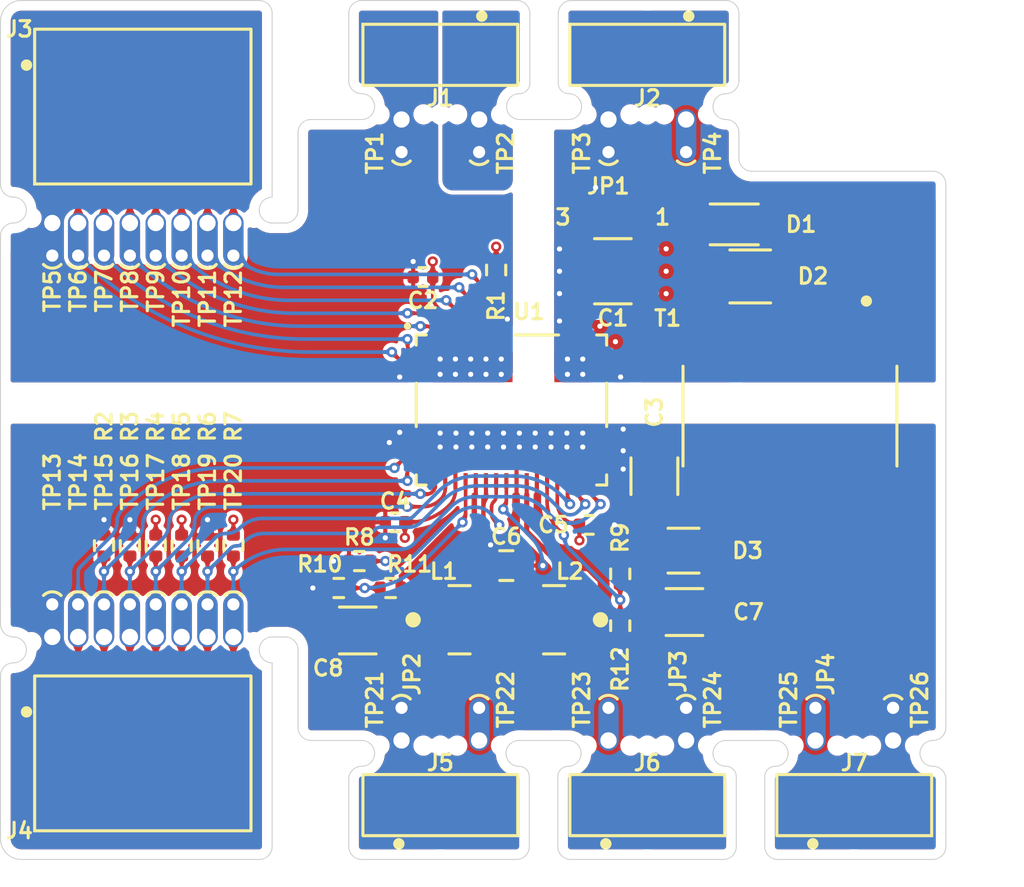
<source format=kicad_pcb>
(kicad_pcb (version 20241229) (generator "pcbnew") (generator_version "9.0")
  (layers (0 "F.Cu" signal) (4 "In1.Cu" power) (6 "In2.Cu" power) (2 "B.Cu" signal) (13 "F.Paste" user) (15 "B.Paste" user) (5 "F.SilkS" user "F.Silkscreen") (7 "B.SilkS" user "B.Silkscreen") (1 "F.Mask" user) (3 "B.Mask" user) (25 "Edge.Cuts" user))
  (net 0 "")
  (net 1 "/MVDD")
  (net 2 "/SGPI3")
  (net 3 "/SLEW")
  (net 4 "/SGPO2")
  (net 5 "/SGPO1")
  (net 6 "/SI")
  (net 7 "/SCK")
  (net 8 "/MO")
  (net 9 "/MGPI2")
  (net 10 "/~{SSS}")
  (net 11 "/MCK")
  (net 12 "/SO")
  (net 13 "/~{MSS}")
  (net 14 "/MI")
  (net 15 "/MGPO3")
  (net 16 "/MGPI1")
  (net 17 "GNDD")
  (net 18 "GNDA")
  (net 19 "/VINP")
  (net 20 "GND")
  (net 21 "/VOUT2")
  (net 22 "/SW2")
  (net 23 "/VOUT1")
  (net 27 "/SWP")
  (net 28 "Net-(D1-Pad1)")
  (net 29 "/VDD_24V")
  (net 32 "Net-(D3-Pad2)")
  (net 35 "/VOUT3")
  (net 36 "/-15V0")
  (net 37 "/SW3")
  (net 38 "/FB1")
  (net 39 "/FB3")
  (net 40 "/PWRGD")
  (net 41 "/SYNC")
  (net 42 "/5V0")
  (footprint "mouse_bite_footprints:mouse-bite-50mil-305mil" (layer "F.Cu") (at 153.3144 114.3 180)
    (property "Reference" "MB5" (hide yes))
    (property "Value" "mouse-bite-midle-50mil-200mil" (hide yes))
  )
  (footprint "capacitor_footprints:C_0402_1005Metric" (layer "F.Cu") (at 160.622546 103.082653)
    (property "Reference" "C5")
    (property "Value" "100 nF")
  )
  (footprint "test_point_footprints:TestPoint_THTPad_Castelated" (layer "F.Cu") (at 140.615307 108.58412 90)
    (property "Reference" "TP18")
    (property "Value" "TestPoint" (hide yes))
  )
  (footprint "test_point_footprints:TestPoint_THTPad_Castelated" (layer "F.Cu") (at 136.805307 108.58412 90)
    (property "Reference" "TP15")
    (property "Value" "TestPoint" (hide yes))
  )
  (footprint "mouse_bite_footprints:mouse-bite-50mil-305mil" (layer "F.Cu") (at 163.4744 114.3 180)
    (property "Reference" "MB6" (hide yes))
    (property "Value" "mouse-bite-midle-50mil-200mil" (hide yes))
  )
  (footprint "mouse_bite_footprints:mouse-bite-50mil-500mil" (layer "F.Cu") (at 138.7094 109.22 180)
    (property "Reference" "MB4" (hide yes))
    (property "Value" "mouse-bite-50mil-450mil" (hide yes))
  )
  (footprint "test_point_footprints:TestPoint_THTPad_Castelated" (layer "F.Cu") (at 134.265307 108.58412 90)
    (property "Reference" "TP13")
    (property "Value" "TestPoint" (hide yes))
  )
  (footprint "resistor_footprints:R_0402_1005Metric" (layer "F.Cu") (at 138.075307 104.09936 90)
    (property "Reference" "R3")
    (property "Value" "100 kΩ")
  )
  (footprint "test_point_footprints:TestPoint_THTPad_Castelated" (layer "F.Cu") (at 175.5394 113.665 90)
    (property "Reference" "TP26")
    (property "Value" "TestPoint" (hide yes))
  )
  (footprint "connector_footprints:FW-02-03-G-D-085-155" (layer "F.Cu") (at 153.3144 116.83972 90)
    (property "Reference" "J5")
    (property "Value" "FW-02-03-G-D-085-155")
  )
  (footprint "test_point_footprints:TestPoint_THTPad_Castelated" (layer "F.Cu") (at 140.615307 88.265 -90)
    (property "Reference" "TP10")
    (property "Value" "TestPoint" (hide yes))
  )
  (footprint "test_point_footprints:TestPoint_THTPad_Castelated" (layer "F.Cu") (at 161.5694 83.183756 -90)
    (property "Reference" "TP3")
    (property "Value" "TestPoint" (hide yes))
  )
  (footprint "resistor_footprints:R_0402_1005Metric" (layer "F.Cu") (at 139.345307 104.09936 -90)
    (property "Reference" "R4")
    (property "Value" "100 kΩ")
  )
  (footprint "mouse_bite_footprints:mouse-bite-50mil-500mil" (layer "F.Cu") (at 138.7094 87.63)
    (property "Reference" "MB3" (hide yes))
    (property "Value" "mouse-bite-50mil-450mil" (hide yes))
  )
  (footprint "test_point_footprints:TestPoint_THTPad_Castelated" (layer "F.Cu") (at 155.2194 83.183756 -90)
    (property "Reference" "TP2")
    (property "Value" "TestPoint" (hide yes))
  )
  (footprint "test_point_footprints:TestPoint_THTPad_Castelated" (layer "F.Cu") (at 135.535307 108.58412 90)
    (property "Reference" "TP14")
    (property "Value" "TestPoint" (hide yes))
  )
  (footprint "mouse_bite_footprints:mouse-bite-50mil-305mil" (layer "F.Cu") (at 153.3144 82.55)
    (property "Reference" "MB1" (hide yes))
    (property "Value" "mouse-bite-midle-50mil-200mil" (hide yes))
  )
  (footprint "capacitor_footprints:C_0402_1005Metric" (layer "F.Cu") (at 151.092747 102.955652 180)
    (property "Reference" "C4")
    (property "Value" "100 nF")
  )
  (footprint "resistor_footprints:R_0402_1005Metric" (layer "F.Cu") (at 136.805307 104.09936 90)
    (property "Reference" "R2")
    (property "Value" "100 kΩ")
  )
  (footprint "test_point_footprints:TestPoint_THTPad_Castelated" (layer "F.Cu") (at 141.885307 108.58412 90)
    (property "Reference" "TP19")
    (property "Value" "TestPoint" (hide yes))
  )
  (footprint "test_point_footprints:TestPoint_THTPad_Castelated" (layer "F.Cu") (at 143.155307 88.265 -90)
    (property "Reference" "TP12")
    (property "Value" "TestPoint" (hide yes))
  )
  (footprint "test_point_footprints:TestPoint_THTPad_Castelated" (layer "F.Cu") (at 171.72889 113.665 90)
    (property "Reference" "TP25")
    (property "Value" "TestPoint" (hide yes))
  )
  (footprint "resistor_footprints:R_0402_1005Metric" (layer "F.Cu") (at 141.885307 104.09936 90)
    (property "Reference" "R6")
    (property "Value" "100 kΩ")
  )
  (footprint "test_point_footprints:TestPoint_THTPad_Castelated" (layer "F.Cu") (at 165.3794 113.665 90)
    (property "Reference" "TP24")
    (property "Value" "TestPoint" (hide yes))
  )
  (footprint "resistor_footprints:R_0402_1005Metric" (layer "F.Cu") (at 156.055208 90.572617 -90)
    (property "Reference" "R1")
    (property "Value" "100 kΩ")
  )
  (footprint "test_point_footprints:TestPoint_THTPad_Castelated" (layer "F.Cu") (at 161.5694 113.665 90)
    (property "Reference" "TP23")
    (property "Value" "TestPoint" (hide yes))
  )
  (footprint "inductor_footprints:XFL3012" (layer "F.Cu") (at 154.256206 107.74172)
    (property "Reference" "L1")
    (property "Value" "100 µH")
  )
  (footprint "resistor_footprints:R_0402_1005Metric" (layer "F.Cu") (at 150.87326 106.18216 180)
    (property "Reference" "R11")
    (property "Value" "121 kΩ")
  )
  (footprint "capacitor_footprints:C_1206_3216Metric" (layer "F.Cu") (at 165.297677 107.36252)
    (property "Reference" "C7")
    (property "Value" "10 µF")
  )
  (footprint "connector_footprints:FW-02-03-G-D-085-155" (layer "F.Cu") (at 173.6344 116.83972 90)
    (property "Reference" "J7")
    (property "Value" "FW-02-03-G-D-085-155")
  )
  (footprint "diode_footprints:SOD_123F" (layer "F.Cu") (at 165.252677 104.349477)
    (property "Reference" "D3")
    (property "Value" "200.0 V")
  )
  (footprint "solder_jumper_footprints:SolderJumper-2_P1.3mm_Bridged_RoundedPad1.0x1.5mm" (layer "F.Cu") (at 173.628877 111.11992 -90)
    (property "Reference" "JP4")
    (property "Value" "SolderJumper_2_Bridged")
  )
  (footprint "mouse_bite_footprints:mouse-bite-50mil-305mil" (layer "F.Cu") (at 173.634145 114.3 180)
    (property "Reference" "MB7" (hide yes))
    (property "Value" "mouse-bite-midle-50mil-200mil" (hide yes))
  )
  (footprint "test_point_footprints:TestPoint_THTPad_Castelated" (layer "F.Cu") (at 143.155307 108.58412 90)
    (property "Reference" "TP20")
    (property "Value" "TestPoint" (hide yes))
  )
  (footprint "resistor_footprints:R_0402_1005Metric" (layer "F.Cu") (at 162.14598 105.4882 -90)
    (property "Reference" "R9")
    (property "Value" "3.48 MΩ")
  )
  (footprint "diode_footprints:PowerDI_123" (layer "F.Cu") (at 168.527489 90.887837 180)
    (property "Reference" "D2")
    (property "Value" "100.0 V")
  )
  (footprint "capacitor_footprints:C_1210_200_3225Metric" (layer "F.Cu") (at 161.784418 90.633837)
    (property "Reference" "C1")
    (property "Value" "4.7 µF")
  )
  (footprint "resistor_footprints:R_0402_1005Metric" (layer "F.Cu") (at 143.155307 104.09936 -90)
    (property "Reference" "R7")
    (property "Value" "100 kΩ")
  )
  (footprint "test_point_footprints:TestPoint_THTPad_Castelated" (layer "F.Cu") (at 135.535307 88.265 -90)
    (property "Reference" "TP6")
    (property "Value" "TestPoint" (hide yes))
  )
  (footprint "no_components_footprints:Fiducial_0.5mm_Mask1mm" (layer "F.Cu") (at 132.672388 89.212987)
    (property "Reference" "FID2" (hide yes))
    (property "Value" "Fiducial")
  )
  (footprint "test_point_footprints:TestPoint_THTPad_Castelated" (layer "F.Cu") (at 165.3794 83.183756 -90)
    (property "Reference" "TP4")
    (property "Value" "TestPoint" (hide yes))
  )
  (footprint "connector_footprints:FW-08-03-G-D-085-155" (layer "F.Cu") (at 138.710307 114.3)
    (property "Reference" "J4")
    (property "Value" "FW-08-03-G-D-085-155")
  )
  (footprint "test_point_footprints:TestPoint_THTPad_Castelated" (layer "F.Cu") (at 134.265307 88.265 -90)
    (property "Reference" "TP5")
    (property "Value" "TestPoint" (hide yes))
  )
  (footprint "capacitor_footprints:C_1206_3216Metric" (layer "F.Cu") (at 163.822677 100.694252 90)
    (property "Reference" "C3")
    (property "Value" "10 µF")
  )
  (footprint "no_components_footprints:Fiducial_0.5mm_Mask1mm" (layer "F.Cu") (at 177.182212 86.672987)
    (property "Reference" "FID1" (hide yes))
    (property "Value" "Fiducial")
  )
  (footprint "test_point_footprints:TestPoint_THTPad_Castelated" (layer "F.Cu") (at 139.345307 108.58412 90)
    (property "Reference" "TP17")
    (property "Value" "TestPoint" (hide yes))
  )
  (footprint "inductor_footprints:XFL3012" (layer "F.Cu") (at 158.899506 107.74172 180)
    (property "Reference" "L2")
    (property "Value" "100 µH")
  )
  (footprint "capacitor_footprints:C_0402_1005Metric" (layer "F.Cu") (at 152.462063 90.916058 180)
    (property "Reference" "C2")
    (property "Value" "100 nF")
  )
  (footprint "resistor_footprints:R_0402_1005Metric" (layer "F.Cu") (at 140.615307 104.09936 -90)
    (property "Reference" "R5")
    (property "Value" "100 kΩ")
  )
  (footprint "solder_jumper_footprints:SolderJumper-2_P1.3mm_Bridged_RoundedPad1.0x1.5mm" (layer "F.Cu") (at 153.3144 111.11992 -90)
    (property "Reference" "JP2")
    (property "Value" "SolderJumper_2_Bridged")
  )
  (footprint "connector_footprints:FW-02-03-G-D-085-155" (layer "F.Cu") (at 163.4744 116.83972 90)
    (property "Reference" "J6")
    (property "Value" "FW-02-03-G-D-085-155")
  )
  (footprint "transformer_footprints:ZA9644" (layer "F.Cu") (at 170.477937 97.745452 -90)
    (property "Reference" "T1")
    (property "Value" "ZA9644-AED")
  )
  (footprint "test_point_footprints:TestPoint_THTPad_Castelated" (layer "F.Cu") (at 155.2194 113.665 90)
    (property "Reference" "TP22")
    (property "Value" "TestPoint" (hide yes))
  )
  (footprint "solder_jumper_footprints:SolderJumper-2_P1.3mm_Bridged_RoundedPad1.0x1.5mm" (layer "F.Cu") (at 163.474046 111.11992 -90)
    (property "Reference" "JP3")
    (property "Value" "SolderJumper_2_Bridged")
  )
  (footprint "test_point_footprints:TestPoint_THTPad_Castelated" (layer "F.Cu") (at 141.885307 88.265 -90)
    (property "Reference" "TP11")
    (property "Value" "TestPoint" (hide yes))
  )
  (footprint "resistor_footprints:R_0402_1005Metric" (layer "F.Cu") (at 162.14598 108.03328 -90)
    (property "Reference" "R12")
    (property "Value" "120 kΩ")
  )
  (footprint "test_point_footprints:TestPoint_THTPad_Castelated" (layer "F.Cu") (at 136.805307 88.265 -90)
    (property "Reference" "TP7")
    (property "Value" "TestPoint" (hide yes))
  )
  (footprint "no_components_footprints:Fiducial_0.5mm_Mask1mm" (layer "F.Cu") (at 132.672388 107.637013)
    (property "Reference" "FID3" (hide yes))
    (property "Value" "Fiducial")
  )
  (footprint "test_point_footprints:TestPoint_THTPad_Castelated" (layer "F.Cu") (at 138.075307 108.58412 90)
    (property "Reference" "TP16")
    (property "Value" "TestPoint" (hide yes))
  )
  (footprint "test_point_footprints:TestPoint_THTPad_Castelated" (layer "F.Cu") (at 151.4094 83.183756 -90)
    (property "Reference" "TP1")
    (property "Value" "TestPoint" (hide yes))
  )
  (footprint "connector_footprints:FW-02-03-G-D-085-155" (layer "F.Cu") (at 153.3144 80.01 -90)
    (property "Reference" "J1")
    (property "Value" "FW-02-03-G-D-085-155")
  )
  (footprint "test_point_footprints:TestPoint_THTPad_Castelated" (layer "F.Cu") (at 138.075307 88.265 -90)
    (property "Reference" "TP8")
    (property "Value" "TestPoint" (hide yes))
  )
  (footprint "connector_footprints:FW-08-03-G-D-085-155" (layer "F.Cu") (at 138.710307 82.55)
    (property "Reference" "J3")
    (property "Value" "FW-08-03-G-D-085-155")
  )
  (footprint "test_point_footprints:TestPoint_THTPad_Castelated" (layer "F.Cu") (at 151.4094 113.665 90)
    (property "Reference" "TP21")
    (property "Value" "TestPoint" (hide yes))
  )
  (footprint "capacitor_footprints:C_1206_3216Metric" (layer "F.Cu") (at 149.2631 108.26812 180)
    (property "Reference" "C8")
    (property "Value" "10 µF")
  )
  (footprint "mouse_bite_footprints:mouse-bite-50mil-305mil" (layer "F.Cu") (at 163.4744 82.55)
    (property "Reference" "MB2" (hide yes))
    (property "Value" "mouse-bite-midle-50mil-200mil" (hide yes))
  )
  (footprint "test_point_footprints:TestPoint_THTPad_Castelated" (layer "F.Cu") (at 139.345307 88.265 -90)
    (property "Reference" "TP9")
    (property "Value" "TestPoint" (hide yes))
  )
  (footprint "analog_devices_footprints:CP-41-1_ADI" (layer "F.Cu") (at 156.805206 97.443853)
    (property "Reference" "U1")
    (property "Value" "ADP1031ACPZ-2-R7")
  )
  (footprint "connector_footprints:FW-02-03-G-D-085-155" (layer "F.Cu") (at 163.4744 80.01 -90)
    (property "Reference" "J2")
    (property "Value" "FW-02-03-G-D-085-155")
  )
  (footprint "resistor_footprints:R_0402_1005Metric" (layer "F.Cu") (at 149.3393 104.860652)
    (property "Reference" "R8")
    (property "Value" "100 kΩ")
  )
  (footprint "solder_jumper_footprints:SolderJumper-3_P1.3mm_Open_RoundedPad1.0x1.5mm_NumberLabels" (layer "F.Cu") (at 161.784418 87.84082 180)
    (property "Reference" "JP1")
    (property "Value" "SolderJumper_3_Open")
  )
  (footprint "capacitor_footprints:C_0603_1608Metric" (layer "F.Cu") (at 156.555206 105.08234 180)
    (property "Reference" "C6")
    (property "Value" "4.7 µF")
  )
  (footprint "diode_footprints:SOD_123" (layer "F.Cu") (at 167.742489 88.333397 180)
    (property "Reference" "D1")
    (property "Value" "62.0 V")
  )
  (footprint "resistor_footprints:R_0402_1005Metric" (layer "F.Cu") (at 148.32926 106.18216 180)
    (property "Reference" "R10")
    (property "Value" "2.15 MΩ")
  )
  (gr_arc (start 167.9702 81.28) (mid 167.784213 81.729013) (end 167.3352 81.915) (stroke (width 0.05)) (layer "Edge.Cuts"))
  (gr_line (start 146.3294 87.63) (end 146.3294 83.82) (stroke (width 0.05)) (layer "Edge.Cuts"))
  (gr_arc (start 167.3352 114.935) (mid 167.69441 115.08379) (end 167.8432 115.443) (stroke (width 0.05)) (layer "Edge.Cuts"))
  (gr_line (start 148.8186 115.57) (end 148.8186 118.872) (stroke (width 0.05)) (layer "Edge.Cuts"))
  (gr_arc (start 150.0886 114.3) (mid 149.902613 114.749013) (end 149.4536 114.935) (stroke (width 0.05)) (layer "Edge.Cuts"))
  (gr_arc (start 148.8186 77.978) (mid 149.004587 77.528987) (end 149.4536 77.343) (stroke (width 0.05)) (layer "Edge.Cuts"))
  (gr_arc (start 146.3294 87.63) (mid 146.143413 88.079013) (end 145.6944 88.265) (stroke (width 0.05)) (layer "Edge.Cuts"))
  (gr_arc (start 132.3594 108.585) (mid 132.808413 108.770987) (end 132.9944 109.22) (stroke (width 0.05)) (layer "Edge.Cuts"))
  (gr_line (start 131.7244 107.95) (end 131.7244 88.9) (stroke (width 0.05)) (layer "Edge.Cuts"))
  (gr_arc (start 177.4952 114.935) (mid 177.944213 115.120987) (end 178.1302 115.57) (stroke (width 0.05)) (layer "Edge.Cuts"))
  (gr_line (start 168.6052 85.725) (end 177.4952 85.725) (stroke (width 0.05)) (layer "Edge.Cuts"))
  (gr_line (start 157.1752 113.665) (end 159.5882 113.665) (stroke (width 0.05)) (layer "Edge.Cuts"))
  (gr_arc (start 167.3352 83.185) (mid 166.886187 82.999013) (end 166.7002 82.55) (stroke (width 0.05)) (layer "Edge.Cuts"))
  (gr_line (start 159.0802 115.443) (end 159.0802 118.872) (stroke (width 0.05)) (layer "Edge.Cuts"))
  (gr_arc (start 167.3352 83.185) (mid 167.784213 83.370987) (end 167.9702 83.82) (stroke (width 0.05)) (layer "Edge.Cuts"))
  (gr_arc (start 148.8186 115.57) (mid 149.004587 115.120987) (end 149.4536 114.935) (stroke (width 0.05)) (layer "Edge.Cuts"))
  (gr_arc (start 132.3594 86.995) (mid 132.808413 87.180987) (end 132.9944 87.63) (stroke (width 0.05)) (layer "Edge.Cuts"))
  (gr_arc (start 157.7086 81.407) (mid 157.55981 81.76621) (end 157.2006 81.915) (stroke (width 0.05)) (layer "Edge.Cuts"))
  (gr_arc (start 131.7244 78.359) (mid 132.02198 77.64058) (end 132.7404 77.343) (stroke (width 0.05)) (layer "Edge.Cuts"))
  (gr_arc (start 131.7244 110.49) (mid 131.910387 110.040987) (end 132.3594 109.855) (stroke (width 0.05)) (layer "Edge.Cuts"))
  (gr_line (start 149.4536 113.665) (end 146.9644 113.665) (stroke (width 0.05)) (layer "Edge.Cuts"))
  (gr_arc (start 132.7404 119.507) (mid 132.02198 119.20942) (end 131.7244 118.491) (stroke (width 0.05)) (layer "Edge.Cuts"))
  (gr_arc (start 159.0802 115.443) (mid 159.22899 115.08379) (end 159.5882 114.935) (stroke (width 0.05)) (layer "Edge.Cuts"))
  (gr_line (start 159.1056 81.407) (end 159.1056 77.978) (stroke (width 0.05)) (layer "Edge.Cuts"))
  (gr_line (start 145.0594 109.855) (end 145.0594 118.872) (stroke (width 0.05)) (layer "Edge.Cuts"))
  (gr_arc (start 144.4244 87.63) (mid 144.610387 87.180987) (end 145.0594 86.995) (stroke (width 0.05)) (layer "Edge.Cuts"))
  (gr_arc (start 178.1302 118.872) (mid 177.944213 119.321013) (end 177.4952 119.507) (stroke (width 0.05)) (layer "Edge.Cuts"))
  (gr_line (start 177.4952 119.507) (end 169.8752 119.507) (stroke (width 0.05)) (layer "Edge.Cuts"))
  (gr_arc (start 150.0886 82.55) (mid 149.902613 82.999013) (end 149.4536 83.185) (stroke (width 0.05)) (layer "Edge.Cuts"))
  (gr_arc (start 178.1302 113.03) (mid 177.944213 113.479013) (end 177.4952 113.665) (stroke (width 0.05)) (layer "Edge.Cuts"))
  (gr_arc (start 159.6136 81.915) (mid 160.062613 82.100987) (end 160.2486 82.55) (stroke (width 0.05)) (layer "Edge.Cuts"))
  (gr_arc (start 157.2006 83.185) (mid 156.751587 82.999013) (end 156.5656 82.55) (stroke (width 0.05)) (layer "Edge.Cuts"))
  (gr_arc (start 169.7482 113.665) (mid 170.197213 113.850987) (end 170.3832 114.3) (stroke (width 0.05)) (layer "Edge.Cuts"))
  (gr_arc (start 145.6944 108.585) (mid 146.143413 108.770987) (end 146.3294 109.22) (stroke (width 0.05)) (layer "Edge.Cuts"))
  (gr_line (start 167.9702 81.28) (end 167.9702 77.978) (stroke (width 0.05)) (layer "Edge.Cuts"))
  (gr_line (start 157.6832 115.443) (end 157.6832 118.872) (stroke (width 0.05)) (layer "Edge.Cuts"))
  (gr_arc (start 166.7002 114.3) (mid 166.886187 113.850987) (end 167.3352 113.665) (stroke (width 0.05)) (layer "Edge.Cuts"))
  (gr_arc (start 132.3594 108.585) (mid 131.910387 108.399013) (end 131.7244 107.95) (stroke (width 0.05)) (layer "Edge.Cuts"))
  (gr_line (start 131.7244 118.491) (end 131.7244 110.49) (stroke (width 0.05)) (layer "Edge.Cuts"))
  (gr_arc (start 160.2486 82.55) (mid 160.062613 82.999013) (end 159.6136 83.185) (stroke (width 0.05)) (layer "Edge.Cuts"))
  (gr_arc (start 149.4536 81.915) (mid 149.902613 82.100987) (end 150.0886 82.55) (stroke (width 0.05)) (layer "Edge.Cuts"))
  (gr_arc (start 168.6052 85.725) (mid 168.156187 85.539013) (end 167.9702 85.09) (stroke (width 0.05)) (layer "Edge.Cuts"))
  (gr_line (start 145.0594 86.995) (end 145.0594 77.978) (stroke (width 0.05)) (layer "Edge.Cuts"))
  (gr_arc (start 169.8752 119.507) (mid 169.426187 119.321013) (end 169.2402 118.872) (stroke (width 0.05)) (layer "Edge.Cuts"))
  (gr_arc (start 167.3352 114.935) (mid 166.886187 114.749013) (end 166.7002 114.3) (stroke (width 0.05)) (layer "Edge.Cuts"))
  (gr_line (start 178.1302 86.36) (end 178.1302 113.03) (stroke (width 0.05)) (layer "Edge.Cuts"))
  (gr_arc (start 132.9944 87.63) (mid 132.808413 88.079013) (end 132.3594 88.265) (stroke (width 0.05)) (layer "Edge.Cuts"))
  (gr_line (start 146.3294 109.22) (end 146.3294 113.03) (stroke (width 0.05)) (layer "Edge.Cuts"))
  (gr_arc (start 149.4536 119.507) (mid 149.004587 119.321013) (end 148.8186 118.872) (stroke (width 0.05)) (layer "Edge.Cuts"))
  (gr_line (start 132.7404 77.343) (end 144.4244 77.343) (stroke (width 0.05)) (layer "Edge.Cuts"))
  (gr_arc (start 149.4536 81.915) (mid 149.004587 81.729013) (end 148.8186 81.28) (stroke (width 0.05)) (layer "Edge.Cuts"))
  (gr_line (start 144.4244 119.507) (end 132.7404 119.507) (stroke (width 0.05)) (layer "Edge.Cuts"))
  (gr_arc (start 157.1752 114.935) (mid 157.53441 115.08379) (end 157.6832 115.443) (stroke (width 0.05)) (layer "Edge.Cuts"))
  (gr_arc (start 145.0594 118.872) (mid 144.873413 119.321013) (end 144.4244 119.507) (stroke (width 0.05)) (layer "Edge.Cuts"))
  (gr_arc (start 159.7152 119.507) (mid 159.266187 119.321013) (end 159.0802 118.872) (stroke (width 0.05)) (layer "Edge.Cuts"))
  (gr_arc (start 177.4952 85.725) (mid 177.944213 85.910987) (end 178.1302 86.36) (stroke (width 0.05)) (layer "Edge.Cuts"))
  (gr_arc (start 167.8432 118.872) (mid 167.657213 119.321013) (end 167.2082 119.507) (stroke (width 0.05)) (layer "Edge.Cuts"))
  (gr_arc (start 156.5402 114.3) (mid 156.726187 113.850987) (end 157.1752 113.665) (stroke (width 0.05)) (layer "Edge.Cuts"))
  (gr_line (start 149.4536 77.343) (end 157.0736 77.343) (stroke (width 0.05)) (layer "Edge.Cuts"))
  (gr_arc (start 146.9644 113.665) (mid 146.515387 113.479013) (end 146.3294 113.03) (stroke (width 0.05)) (layer "Edge.Cuts"))
  (gr_line (start 145.0594 88.265) (end 145.6944 88.265) (stroke (width 0.05)) (layer "Edge.Cuts"))
  (gr_arc (start 177.4952 114.935) (mid 177.046187 114.749013) (end 176.8602 114.3) (stroke (width 0.05)) (layer "Edge.Cuts"))
  (gr_line (start 159.7406 77.343) (end 167.3352 77.343) (stroke (width 0.05)) (layer "Edge.Cuts"))
  (gr_arc (start 144.4244 109.22) (mid 144.610387 108.770987) (end 145.0594 108.585) (stroke (width 0.05)) (layer "Edge.Cuts"))
  (gr_line (start 149.4536 83.185) (end 146.9644 83.185) (stroke (width 0.05)) (layer "Edge.Cuts"))
  (gr_arc (start 131.7244 88.9) (mid 131.910387 88.450987) (end 132.3594 88.265) (stroke (width 0.05)) (layer "Edge.Cuts"))
  (gr_line (start 159.6136 83.185) (end 157.2006 83.185) (stroke (width 0.05)) (layer "Edge.Cuts"))
  (gr_line (start 131.7244 86.36) (end 131.7244 78.359) (stroke (width 0.05)) (layer "Edge.Cuts"))
  (gr_arc (start 146.3294 83.82) (mid 146.515387 83.370987) (end 146.9644 83.185) (stroke (width 0.05)) (layer "Edge.Cuts"))
  (gr_arc (start 156.5656 82.55) (mid 156.751587 82.100987) (end 157.2006 81.915) (stroke (width 0.05)) (layer "Edge.Cuts"))
  (gr_arc (start 160.2232 114.3) (mid 160.037213 114.749013) (end 159.5882 114.935) (stroke (width 0.05)) (layer "Edge.Cuts"))
  (gr_arc (start 159.6136 81.915) (mid 159.25439 81.76621) (end 159.1056 81.407) (stroke (width 0.05)) (layer "Edge.Cuts"))
  (gr_arc (start 132.3594 86.995) (mid 131.910387 86.809013) (end 131.7244 86.36) (stroke (width 0.05)) (layer "Edge.Cuts"))
  (gr_arc (start 169.2402 115.443) (mid 169.38899 115.08379) (end 169.7482 114.935) (stroke (width 0.05)) (layer "Edge.Cuts"))
  (gr_arc (start 144.4244 77.343) (mid 144.873413 77.528987) (end 145.0594 77.978) (stroke (width 0.05)) (layer "Edge.Cuts"))
  (gr_arc (start 145.0594 109.855) (mid 144.610387 109.669013) (end 144.4244 109.22) (stroke (width 0.05)) (layer "Edge.Cuts"))
  (gr_line (start 167.9702 83.82) (end 167.9702 85.09) (stroke (width 0.05)) (layer "Edge.Cuts"))
  (gr_line (start 148.8186 81.28) (end 148.8186 77.978) (stroke (width 0.05)) (layer "Edge.Cuts"))
  (gr_arc (start 176.8602 114.3) (mid 177.046187 113.850987) (end 177.4952 113.665) (stroke (width 0.05)) (layer "Edge.Cuts"))
  (gr_arc (start 149.4536 113.665) (mid 149.902613 113.850987) (end 150.0886 114.3) (stroke (width 0.05)) (layer "Edge.Cuts"))
  (gr_line (start 169.2402 115.443) (end 169.2402 118.872) (stroke (width 0.05)) (layer "Edge.Cuts"))
  (gr_arc (start 132.9944 109.22) (mid 132.808413 109.669013) (end 132.3594 109.855) (stroke (width 0.05)) (layer "Edge.Cuts"))
  (gr_line (start 178.1302 115.57) (end 178.1302 118.872) (stroke (width 0.05)) (layer "Edge.Cuts"))
  (gr_arc (start 157.0736 77.343) (mid 157.522613 77.528987) (end 157.7086 77.978) (stroke (width 0.05)) (layer "Edge.Cuts"))
  (gr_arc (start 157.6832 118.872) (mid 157.497213 119.321013) (end 157.0482 119.507) (stroke (width 0.05)) (layer "Edge.Cuts"))
  (gr_arc (start 145.0594 88.265) (mid 144.610387 88.079013) (end 144.4244 87.63) (stroke (width 0.05)) (layer "Edge.Cuts"))
  (gr_line (start 167.3352 113.665) (end 169.7482 113.665) (stroke (width 0.05)) (layer "Edge.Cuts"))
  (gr_arc (start 166.7002 82.55) (mid 166.886187 82.100987) (end 167.3352 81.915) (stroke (width 0.05)) (layer "Edge.Cuts"))
  (gr_arc (start 159.1056 77.978) (mid 159.291587 77.528987) (end 159.7406 77.343) (stroke (width 0.05)) (layer "Edge.Cuts"))
  (gr_line (start 167.8432 115.443) (end 167.8432 118.872) (stroke (width 0.05)) (layer "Edge.Cuts"))
  (gr_arc (start 170.3832 114.3) (mid 170.197213 114.749013) (end 169.7482 114.935) (stroke (width 0.05)) (layer "Edge.Cuts"))
  (gr_line (start 167.2082 119.507) (end 159.7152 119.507) (stroke (width 0.05)) (layer "Edge.Cuts"))
  (gr_line (start 145.0594 108.585) (end 145.6944 108.585) (stroke (width 0.05)) (layer "Edge.Cuts"))
  (gr_arc (start 157.1752 114.935) (mid 156.726187 114.749013) (end 156.5402 114.3) (stroke (width 0.05)) (layer "Edge.Cuts"))
  (gr_arc (start 167.3352 77.343) (mid 167.784213 77.528987) (end 167.9702 77.978) (stroke (width 0.05)) (layer "Edge.Cuts"))
  (gr_line (start 157.7086 81.407) (end 157.7086 77.978) (stroke (width 0.05)) (layer "Edge.Cuts"))
  (gr_arc (start 159.5882 113.665) (mid 160.037213 113.850987) (end 160.2232 114.3) (stroke (width 0.05)) (layer "Edge.Cuts"))
  (gr_line (start 157.0482 119.507) (end 149.4536 119.507) (stroke (width 0.05)) (layer "Edge.Cuts"))
  (segment (start 153.816233 93.034033) (end 153.176345 92.394145) (width 0.1778) (layer "F.Cu") (net 1))
  (segment (start 154.055207 93.964053) (end 154.055207 93.610967) (width 0.1778) (layer "F.Cu") (net 1))
  (segment (start 156.055208 90.062617) (end 156.055208 89.427617) (width 0.1778) (layer "F.Cu") (net 1))
  (segment (start 152.942063 91.828539) (end 152.942063 90.916058) (width 0.1778) (layer "F.Cu") (net 1))
  (segment (start 152.942063 90.916058) (end 152.942063 90.154058) (width 0.1778) (layer "F.Cu") (net 1))
  (via (at 152.942063 90.154058) (size 0.508) (drill 0.254) (layers "F.Cu" "B.Cu") (remove_unused_layers yes) (zone_layer_connections "F.Cu" "In1.Cu") (net 1))
  (via (at 156.055208 89.427617) (size 0.508) (drill 0.254) (layers "F.Cu" "B.Cu") (remove_unused_layers yes) (zone_layer_connections "F.Cu" "In1.Cu") (net 1))
  (arc (start 153.816233 93.034033) (mid 153.9931 93.298733) (end 154.055207 93.610967) (width 0.1778) (layer "F.Cu") (net 1))
  (arc (start 152.942063 91.828539) (mid 153.002951 92.134643) (end 153.176345 92.394145) (width 0.1778) (layer "F.Cu") (net 1))
  (segment (start 159.555207 100.923653) (end 159.555207 101.760114) (width 0.1778) (layer "F.Cu") (net 2))
  (segment (start 140.615307 112.265) (end 140.615307 108.58412) (width 0.1778) (layer "F.Cu") (net 2))
  (segment (start 140.615307 104.60936) (end 140.615307 105.36936) (width 0.1778) (layer "F.Cu") (net 2))
  (via (at 140.615307 105.36936) (size 0.508) (drill 0.254) (layers "F.Cu" "B.Cu") (remove_unused_layers yes) (zone_layer_connections "F.Cu" "B.Cu") (net 2))
  (via (at 159.682207 102.066653) (size 0.508) (drill 0.254) (layers "F.Cu" "B.Cu") (remove_unused_layers yes) (zone_layer_connections "F.Cu" "B.Cu") (net 2))
  (arc (start 159.682207 102.066653) (mid 159.588202 101.925987) (end 159.555207 101.760114) (width 0.1778) (layer "F.Cu") (net 2))
  (segment (start 159.682207 102.066653) (end 159.278441 101.662887) (width 0.1778) (layer "B.Cu") (net 2))
  (segment (start 142.24576 103.738907) (end 140.615307 105.36936) (width 0.1778) (layer "B.Cu") (net 2))
  (segment (start 153.205859 101.454541) (end 152.003593 102.656807) (width 0.1778) (layer "B.Cu") (net 2))
  (segment (start 140.615307 105.36936) (end 140.615307 106.98412) (width 0.1778) (layer "B.Cu") (net 2))
  (segment (start 151.734185 102.7684) (end 144.588747 102.7684) (width 0.1778) (layer "B.Cu") (net 2))
  (segment (start 156.919062 100.6856) (end 155.062247 100.6856) (width 0.1778) (layer "B.Cu") (net 2))
  (arc (start 152.003593 102.656807) (mid 151.879988 102.739398) (end 151.734185 102.7684) (width 0.1778) (layer "B.Cu") (net 2))
  (arc (start 142.810446 103.505003) (mid 142.50484 103.565794) (end 142.24576 103.738907) (width 0.1778) (layer "B.Cu") (net 2))
  (arc (start 159.278441 101.662887) (mid 158.195949 100.939589) (end 156.919062 100.6856) (width 0.1778) (layer "B.Cu") (net 2))
  (arc (start 155.062247 100.6856) (mid 154.057577 100.885441) (end 153.205859 101.454541) (width 0.1778) (layer "B.Cu") (net 2))
  (arc (start 142.810446 103.505003) (mid 143.175158 103.432464) (end 143.4843 103.2259) (width 0.1778) (layer "B.Cu") (net 2))
  (arc (start 144.588747 102.7684) (mid 143.991046 102.88729) (end 143.4843 103.2259) (width 0.1778) (layer "B.Cu") (net 2))
  (segment (start 161.368951 92.580823) (end 161.634379 92.315395) (width 0.1778) (layer "F.Cu") (net 3))
  (segment (start 161.784418 91.954936) (end 161.783169 91.956185) (width 0.1778) (layer "F.Cu") (net 3))
  (segment (start 161.784418 87.84082) (end 161.784418 91.954936) (width 0.1778) (layer "F.Cu") (net 3))
  (segment (start 160.05521 93.964053) (end 160.05521 93.387452) (width 0.1778) (layer "F.Cu") (net 3))
  (segment (start 160.204 93.028242) (end 160.353839 92.878403) (width 0.1778) (layer "F.Cu") (net 3))
  (segment (start 160.713049 92.729613) (end 161.009741 92.729613) (width 0.1778) (layer "F.Cu") (net 3))
  (arc (start 161.009741 92.729613) (mid 161.204144 92.690944) (end 161.368951 92.580823) (width 0.1778) (layer "F.Cu") (net 3))
  (arc (start 161.783169 91.956185) (mid 161.7445 92.150588) (end 161.634379 92.315395) (width 0.1778) (layer "F.Cu") (net 3))
  (arc (start 160.05521 93.387452) (mid 160.093879 93.193049) (end 160.204 93.028242) (width 0.1778) (layer "F.Cu") (net 3))
  (arc (start 160.353839 92.878403) (mid 160.518646 92.768283) (end 160.713049 92.729613) (width 0.1778) (layer "F.Cu") (net 3))
  (segment (start 141.885307 112.265) (end 141.885307 108.58412) (width 0.1778) (layer "F.Cu") (net 4))
  (segment (start 160.328903 101.963349) (end 160.432207 102.066653) (width 0.1778) (layer "F.Cu") (net 4))
  (segment (start 141.885307 104.60936) (end 141.885307 105.36936) (width 0.1778) (layer "F.Cu") (net 4))
  (segment (start 160.055207 100.923653) (end 160.055207 101.302588) (width 0.1778) (layer "F.Cu") (net 4))
  (segment (start 141.884953 105.419453) (end 141.88566 105.42016) (width 0.1778) (layer "F.Cu") (net 4))
  (via (at 141.885307 105.36936) (size 0.508) (drill 0.254) (layers "F.Cu" "B.Cu") (remove_unused_layers yes) (zone_layer_connections "F.Cu" "B.Cu") (net 4))
  (via (at 160.432207 102.066653) (size 0.508) (drill 0.254) (layers "F.Cu" "B.Cu") (remove_unused_layers yes) (zone_layer_connections "F.Cu" "B.Cu") (net 4))
  (arc (start 160.055207 101.302588) (mid 160.126338 101.660189) (end 160.328903 101.963349) (width 0.1778) (layer "F.Cu") (net 4))
  (segment (start 141.885307 106.98412) (end 141.885307 105.36936) (width 0.1778) (layer "B.Cu") (net 4))
  (segment (start 150.108255 103.307545) (end 150.022392 103.393408) (width 0.1778) (layer "B.Cu") (net 4))
  (segment (start 143.695268 103.903932) (end 143.596192 104.003008) (width 0.1778) (layer "B.Cu") (net 4))
  (segment (start 160.432207 102.066653) (end 160.060297 102.438563) (width 0.1778) (layer "B.Cu") (net 4))
  (segment (start 143.326785 104.1146) (end 143.297882 104.1146) (width 0.1778) (layer "B.Cu") (net 4))
  (segment (start 150.3934 103.195952) (end 150.377663 103.195952) (width 0.1778) (layer "B.Cu") (net 4))
  (segment (start 149.752985 103.505) (end 144.658376 103.505) (width 0.1778) (layer "B.Cu") (net 4))
  (segment (start 159.701087 102.587353) (end 159.668373 102.587353) (width 0.1778) (layer "B.Cu") (net 4))
  (segment (start 159.309163 102.438563) (end 158.778886 101.908286) (width 0.1778) (layer "B.Cu") (net 4))
  (segment (start 156.992161 101.1682) (end 155.151238 101.1682) (width 0.1778) (layer "B.Cu") (net 4))
  (segment (start 153.446456 101.874344) (end 152.37603 102.94477) (width 0.1778) (layer "B.Cu") (net 4))
  (segment (start 151.769622 103.195952) (end 150.3934 103.195952) (width 0.1778) (layer "B.Cu") (net 4))
  (segment (start 143.028554 104.226113) (end 141.885307 105.36936) (width 0.1778) (layer "B.Cu") (net 4))
  (arc (start 160.060297 102.438563) (mid 159.89549 102.548684) (end 159.701087 102.587353) (width 0.1778) (layer "B.Cu") (net 4))
  (arc (start 144.658376 103.505) (mid 144.137146 103.608679) (end 143.695268 103.903932) (width 0.1778) (layer "B.Cu") (net 4))
  (arc (start 150.022392 103.393408) (mid 149.898787 103.475998) (end 149.752985 103.505) (width 0.1778) (layer "B.Cu") (net 4))
  (arc (start 152.37603 102.94477) (mid 152.097808 103.130672) (end 151.769622 103.195952) (width 0.1778) (layer "B.Cu") (net 4))
  (arc (start 143.326785 104.1146) (mid 143.472587 104.085598) (end 143.596192 104.003008) (width 0.1778) (layer "B.Cu") (net 4))
  (arc (start 155.151238 101.1682) (mid 154.228617 101.351721) (end 153.446456 101.874344) (width 0.1778) (layer "B.Cu") (net 4))
  (arc (start 158.778886 101.908286) (mid 157.95913 101.360542) (end 156.992161 101.1682) (width 0.1778) (layer "B.Cu") (net 4))
  (arc (start 150.377663 103.195952) (mid 150.23186 103.224954) (end 150.108255 103.307545) (width 0.1778) (layer "B.Cu") (net 4))
  (arc (start 159.668373 102.587353) (mid 159.47397 102.548684) (end 159.309163 102.438563) (width 0.1778) (layer "B.Cu") (net 4))
  (arc (start 143.297882 104.1146) (mid 143.152065 104.143585) (end 143.028554 104.226113) (width 0.1778) (layer "B.Cu") (net 4))
  (segment (start 143.155307 112.265) (end 143.155307 108.58412) (width 0.1778) (layer "F.Cu") (net 5))
  (segment (start 143.155307 104.60936) (end 143.155307 105.36936) (width 0.1778) (layer "F.Cu") (net 5))
  (segment (start 160.555207 100.923653) (end 160.555207 101.265447) (width 0.1778) (layer "F.Cu") (net 5))
  (segment (start 160.678884 101.56403) (end 161.181507 102.066653) (width 0.1778) (layer "F.Cu") (net 5))
  (via (at 161.181507 102.066653) (size 0.508) (drill 0.254) (layers "F.Cu" "B.Cu") (remove_unused_layers yes) (zone_layer_connections "F.Cu" "B.Cu") (net 5))
  (via (at 143.155307 105.36936) (size 0.508) (drill 0.254) (layers "F.Cu" "B.Cu") (remove_unused_layers yes) (zone_layer_connections "F.Cu" "B.Cu") (net 5))
  (arc (start 160.555207 101.265447) (mid 160.58735 101.427039) (end 160.678884 101.56403) (width 0.1778) (layer "F.Cu") (net 5))
  (segment (start 158.945 102.802127) (end 158.957597 102.81019) (width 0.1778) (layer "B.Cu") (net 5))
  (segment (start 159.719308 102.996976) (end 159.74754 102.996718) (width 0.1778) (layer "B.Cu") (net 5))
  (segment (start 157.764213 101.857702) (end 157.840907 101.892219) (width 0.1778) (layer "B.Cu") (net 5))
  (segment (start 157.275258 101.7214) (end 157.286656 101.722959) (width 0.1778) (layer "B.Cu") (net 5))
  (segment (start 158.386717 102.278117) (end 158.758012 102.649412) (width 0.1778) (layer "B.Cu") (net 5))
  (segment (start 158.249623 102.152962) (end 158.258462 102.160329) (width 0.1778) (layer "B.Cu") (net 5))
  (segment (start 159.597105 102.997) (end 159.714089 102.997) (width 0.1778) (layer "B.Cu") (net 5))
  (segment (start 159.760765 102.996368) (end 159.773965 102.995789) (width 0.1778) (layer "B.Cu") (net 5))
  (segment (start 157.507517 101.769123) (end 157.518644 101.772045) (width 0.1778) (layer "B.Cu") (net 5))
  (segment (start 158.385755 102.277159) (end 158.386717 102.278117) (width 0.1778) (layer "B.Cu") (net 5))
  (segment (start 157.653688 101.814672) (end 157.732323 101.844493) (width 0.1778) (layer "B.Cu") (net 5))
  (segment (start 156.997523 101.701607) (end 156.998928 101.701614) (width 0.1778) (layer "B.Cu") (net 5))
  (segment (start 160.607077 102.640686) (end 160.627204 102.620922) (width 0.1778) (layer "B.Cu") (net 5))
  (segment (start 158.8816 102.757151) (end 158.920298 102.785267) (width 0.1778) (layer "B.Cu") (net 5))
  (segment (start 159.846038 102.990346) (end 159.86094 102.988879) (width 0.1778) (layer "B.Cu") (net 5))
  (segment (start 159.120889 102.897607) (end 159.165084 102.915913) (width 0.1778) (layer "B.Cu") (net 5))
  (segment (start 160.521354 102.715322) (end 160.532914 102.705835) (width 0.1778) (layer "B.Cu") (net 5))
  (segment (start 157.051121 101.702118) (end 157.061274 101.702461) (width 0.1778) (layer "B.Cu") (net 5))
  (segment (start 158.808023 102.696625) (end 158.846361 102.72937) (width 0.1778) (layer "B.Cu") (net 5))
  (segment (start 158.165303 102.086902) (end 158.174465 102.093859) (width 0.1778) (layer "B.Cu") (net 5))
  (segment (start 159.717584 102.996988) (end 159.719308 102.996976) (width 0.1778) (layer "B.Cu") (net 5))
  (segment (start 159.024326 102.850051) (end 159.037534 102.857111) (width 0.1778) (layer "B.Cu") (net 5))
  (segment (start 158.778767 102.669826) (end 158.788353 102.678918) (width 0.1778) (layer "B.Cu") (net 5))
  (segment (start 159.011282 102.842745) (end 159.024326 102.850051) (width 0.1778) (layer "B.Cu") (net 5))
  (segment (start 159.96109 102.973609) (end 159.975752 102.970692) (width 0.1778) (layer "B.Cu") (net 5))
  (segment (start 157.840907 101.892219) (end 157.851341 101.897105) (width 0.1778) (layer "B.Cu") (net 5))
  (segment (start 159.541591 102.995839) (end 159.554862 102.996419) (width 0.1778) (layer "B.Cu") (net 5))
  (segment (start 160.627204 102.620922) (end 160.628465 102.619679) (width 0.1778) (layer "B.Cu") (net 5))
  (segment (start 158.067886 102.019237) (end 158.077445 102.025624) (width 0.1778) (layer "B.Cu") (net 5))
  (segment (start 158.759224 102.650618) (end 158.760433 102.651816) (width 0.1778) (layer "B.Cu") (net 5))
  (segment (start 158.267183 102.167823) (end 158.331629 102.224916) (width 0.1778) (layer "B.Cu") (net 5))
  (segment (start 159.281363 102.954623) (end 159.295843 102.958401) (width 0.1778) (layer "B.Cu") (net 5))
  (segment (start 160.059728 102.950532) (end 160.074121 102.946473) (width 0.1778) (layer "B.Cu") (net 5))
  (segment (start 158.384828 102.276238) (end 158.385755 102.277159) (width 0.1778) (layer "B.Cu") (net 5))
  (segment (start 157.966542 101.957567) (end 157.976491 101.963378) (width 0.1778) (layer "B.Cu") (net 5))
  (segment (start 160.184222 102.909155) (end 160.236383 102.887549) (width 0.1778) (layer "B.Cu") (net 5))
  (segment (start 157.061274 101.702461) (end 157.071424 101.702939) (width 0.1778) (layer "B.Cu") (net 5))
  (segment (start 156.998928 101.701614) (end 157.040948 101.70191) (width 0.1778) (layer "B.Cu") (net 5))
  (segment (start 157.529723 101.775133) (end 157.540775 101.778394) (width 0.1778) (layer "B.Cu") (net 5))
  (segment (start 159.386355 102.978321) (end 159.43359 102.985803) (width 0.1778) (layer "B.Cu") (net 5))
  (segment (start 157.518644 101.772045) (end 157.529723 101.775133) (width 0.1778) (layer "B.Cu") (net 5))
  (segment (start 159.252657 102.946221) (end 159.266974 102.950564) (width 0.1778) (layer "B.Cu") (net 5))
  (segment (start 157.540775 101.778394) (end 157.621059 101.803412) (width 0.1778) (layer "B.Cu") (net 5))
  (segment (start 157.946426 101.946421) (end 157.956523 101.951917) (width 0.1778) (layer "B.Cu") (net 5))
  (segment (start 158.058224 102.01299) (end 158.067886 102.019237) (width 0.1778) (layer "B.Cu") (net 5))
  (segment (start 158.920298 102.785267) (end 158.932564 102.793817) (width 0.1778) (layer "B.Cu") (net 5))
  (segment (start 159.207172 102.931441) (end 159.252657 102.946221) (width 0.1778) (layer "B.Cu") (net 5))
  (segment (start 157.403392 101.743996) (end 157.414643 101.746411) (width 0.1778) (layer "B.Cu") (net 5))
  (segment (start 160.25008 102.881558) (end 160.263659 102.875299) (width 0.1778) (layer "B.Cu") (net 5))
  (segment (start 157.298027 101.724689) (end 157.309382 101.726593) (width 0.1778) (layer "B.Cu") (net 5))
  (segment (start 160.327423 102.843139) (end 160.340616 102.836088) (width 0.1778) (layer "B.Cu") (net 5))
  (segment (start 157.631998 101.807003) (end 157.642873 101.810756) (width 0.1778) (layer "B.Cu") (net 5))
  (segment (start 160.439733 102.775349) (end 160.452013 102.76679) (width 0.1778) (layer "B.Cu") (net 5))
  (segment (start 159.342353 102.969567) (end 159.356956 102.972772) (width 0.1778) (layer "B.Cu") (net 5))
  (segment (start 156.996217 101.701602) (end 156.997523 101.701607) (width 0.1778) (layer "B.Cu") (net 5))
  (segment (start 158.846361 102.72937) (end 158.85793 102.738865) (width 0.1778) (layer "B.Cu") (net 5))
  (segment (start 158.14666 102.0734) (end 158.156037 102.080084) (width 0.1778) (layer "B.Cu") (net 5))
  (segment (start 157.414643 101.746411) (end 157.425857 101.748996) (width 0.1778) (layer "B.Cu") (net 5))
  (segment (start 159.179 102.92136) (end 159.193033 102.926538) (width 0.1778) (layer "B.Cu") (net 5))
  (segment (start 158.077445 102.025624) (end 158.14666 102.0734) (width 0.1778) (layer "B.Cu") (net 5))
  (segment (start 160.236383 102.887549) (end 160.25008 102.881558) (width 0.1778) (layer "B.Cu") (net 5))
  (segment (start 157.286656 101.722959) (end 157.298027 101.724689) (width 0.1778) (layer "B.Cu") (net 5))
  (segment (start 159.43359 102.985803) (end 159.448411 102.987854) (width 0.1778) (layer "B.Cu") (net 5))
  (segment (start 157.180318 101.710047) (end 157.191776 101.711263) (width 0.1778) (layer "B.Cu") (net 5))
  (segment (start 160.532914 102.705835) (end 160.577837 102.667467) (width 0.1778) (layer "B.Cu") (net 5))
  (segment (start 159.356956 102.972772) (end 159.371622 102.97569) (width 0.1778) (layer "B.Cu") (net 5))
  (segment (start 160.142125 102.924685) (end 160.156262 102.919783) (width 0.1778) (layer "B.Cu") (net 5))
  (segment (start 160.427298 102.783657) (end 160.439733 102.775349) (width 0.1778) (layer "B.Cu") (net 5))
  (segment (start 158.383886 102.275305) (end 158.384828 102.276238) (width 0.1778) (layer "B.Cu") (net 5))
  (segment (start 157.392108 101.741752) (end 157.403392 101.743996) (width 0.1778) (layer "B.Cu") (net 5))
  (segment (start 159.975752 102.970692) (end 159.990361 102.967487) (width 0.1778) (layer "B.Cu") (net 5))
  (segment (start 157.956523 101.951917) (end 157.966542 101.957567) (width 0.1778) (layer "B.Cu") (net 5))
  (segment (start 160.630896 102.617264) (end 161.181507 102.066653) (width 0.1778) (layer "B.Cu") (net 5))
  (segment (start 159.595396 102.996996) (end 159.597105 102.997) (width 0.1778) (layer "B.Cu") (net 5))
  (segment (start 160.628465 102.619679) (end 160.62972 102.618435) (width 0.1778) (layer "B.Cu") (net 5))
  (segment (start 157.851341 101.897105) (end 157.861689 101.902144) (width 0.1778) (layer "B.Cu") (net 5))
  (segment (start 157.040948 101.70191) (end 157.051121 101.702118) (width 0.1778) (layer "B.Cu") (net 5))
  (segment (start 157.871944 101.907331) (end 157.946426 101.946421) (width 0.1778) (layer "B.Cu") (net 5))
  (segment (start 159.295843 102.958401) (end 159.342353 102.969567) (width 0.1778) (layer "B.Cu") (net 5))
  (segment (start 158.156037 102.080084) (end 158.165303 102.086902) (width 0.1778) (layer "B.Cu") (net 5))
  (segment (start 159.86094 102.988879) (end 159.875789 102.987121) (width 0.1778) (layer "B.Cu") (net 5))
  (segment (start 159.371622 102.97569) (end 159.386355 102.978321) (width 0.1778) (layer "B.Cu") (net 5))
  (segment (start 160.366572 102.821215) (end 160.414712 102.791714) (width 0.1778) (layer "B.Cu") (net 5))
  (segment (start 158.339157 102.231768) (end 158.3466 102.238725) (width 0.1778) (layer "B.Cu") (net 5))
  (segment (start 160.340616 102.836088) (end 160.353666 102.828779) (width 0.1778) (layer "B.Cu") (net 5))
  (segment (start 157.743034 101.848741) (end 157.753666 101.853145) (width 0.1778) (layer "B.Cu") (net 5))
  (segment (start 160.04526 102.954307) (end 160.059728 102.950532) (width 0.1778) (layer "B.Cu") (net 5))
  (segment (start 158.331629 102.224916) (end 158.339157 102.231768) (width 0.1778) (layer "B.Cu") (net 5))
  (segment (start 160.074121 102.946473) (end 160.088436 102.94213) (width 0.1778) (layer "B.Cu") (net 5))
  (segment (start 157.425857 101.748996) (end 157.507517 101.769123) (width 0.1778) (layer "B.Cu") (net 5))
  (segment (start 160.156262 102.919783) (end 160.170291 102.914607) (width 0.1778) (layer "B.Cu") (net 5))
  (segment (start 159.528329 102.995028) (end 159.541591 102.995839) (width 0.1778) (layer "B.Cu") (net 5))
  (segment (start 157.168861 101.709006) (end 157.180318 101.710047) (width 0.1778) (layer "B.Cu") (net 5))
  (segment (start 159.89059 102.985073) (end 159.946353 102.976241) (width 0.1778) (layer "B.Cu") (net 5))
  (segment (start 159.714089 102.997) (end 159.71584 102.996996) (width 0.1778) (layer "B.Cu") (net 5))
  (segment (start 155.032112 101.7016) (end 156.99487 101.7016) (width 0.1778) (layer "B.Cu") (net 5))
  (segment (start 159.478148 102.991078) (end 159.528329 102.995028) (width 0.1778) (layer "B.Cu") (net 5))
  (segment (start 158.758012 102.649412) (end 158.759224 102.650618) (width 0.1778) (layer "B.Cu") (net 5))
  (segment (start 160.587729 102.658718) (end 160.597473 102.649794) (width 0.1778) (layer "B.Cu") (net 5))
  (segment (start 159.266974 102.950564) (end 159.281363 102.954623) (width 0.1778) (layer "B.Cu") (net 5))
  (segment (start 158.798106 102.687852) (end 158.808023 102.696625) (width 0.1778) (layer "B.Cu") (net 5))
  (segment (start 157.753666 101.853145) (end 157.764213 101.857702) (width 0.1778) (layer "B.Cu") (net 5))
  (segment (start 159.554862 102.996419) (end 159.568165 102.996768) (width 0.1778) (layer "B.Cu") (net 5))
  (segment (start 158.353943 102.245776) (end 158.383886 102.275305) (width 0.1778) (layer "B.Cu") (net 5))
  (segment (start 143.155307 106.98412) (end 143.155307 105.36936) (width 0.1778) (layer "B.Cu") (net 5))
  (segment (start 159.990361 102.967487) (end 160.04526 102.954307) (width 0.1778) (layer "B.Cu") (net 5))
  (segment (start 152.009001 104.022999) (end 153.834215 102.197785) (width 0.1778) (layer "B.Cu") (net 5))
  (segment (start 157.157385 101.708138) (end 157.168861 101.709006) (width 0.1778) (layer "B.Cu") (net 5))
  (segment (start 159.787157 102.99498) (end 159.846038 102.990346) (width 0.1778) (layer "B.Cu") (net 5))
  (segment (start 158.258462 102.160329) (end 158.267183 102.167823) (width 0.1778) (layer "B.Cu") (net 5))
  (segment (start 159.193033 102.926538) (end 159.207172 102.931441) (width 0.1778) (layer "B.Cu") (net 5))
  (segment (start 157.976491 101.963378) (end 158.04845 102.006878) (width 0.1778) (layer "B.Cu") (net 5))
  (segment (start 158.957597 102.81019) (end 158.998381 102.835184) (width 0.1778) (layer "B.Cu") (net 5))
  (segment (start 159.773965 102.995789) (end 159.787157 102.99498) (width 0.1778) (layer "B.Cu") (net 5))
  (segment (start 158.04845 102.006878) (end 158.058224 102.01299) (width 0.1778) (layer "B.Cu") (net 5))
  (segment (start 159.10718 102.89161) (end 159.120889 102.897607) (width 0.1778) (layer "B.Cu") (net 5))
  (segment (start 160.277127 102.868767) (end 160.327423 102.843139) (width 0.1778) (layer "B.Cu") (net 5))
  (segment (start 158.761724 102.653091) (end 158.778767 102.669826) (width 0.1778) (layer "B.Cu") (net 5))
  (segment (start 160.088436 102.94213) (end 160.142125 102.924685) (width 0.1778) (layer "B.Cu") (net 5))
  (segment (start 159.71584 102.996996) (end 159.717584 102.996988) (width 0.1778) (layer "B.Cu") (net 5))
  (segment (start 160.452013 102.76679) (end 160.497682 102.733609) (width 0.1778) (layer "B.Cu") (net 5))
  (segment (start 158.998381 102.835184) (end 159.011282 102.842745) (width 0.1778) (layer "B.Cu") (net 5))
  (segment (start 159.080142 102.878822) (end 159.093601 102.88535) (width 0.1778) (layer "B.Cu") (net 5))
  (segment (start 159.165084 102.915913) (end 159.179 102.92136) (width 0.1778) (layer "B.Cu") (net 5))
  (segment (start 159.946353 102.976241) (end 159.96109 102.973609) (width 0.1778) (layer "B.Cu") (net 5))
  (segment (start 159.592076 102.996978) (end 159.593735 102.996989) (width 0.1778) (layer "B.Cu") (net 5))
  (segment (start 159.568165 102.996768) (end 159.592076 102.996978) (width 0.1778) (layer "B.Cu") (net 5))
  (segment (start 158.760433 102.651816) (end 158.761724 102.653091) (width 0.1778) (layer "B.Cu") (net 5))
  (segment (start 158.85793 102.738865) (end 158.869672 102.748122) (width 0.1778) (layer "B.Cu") (net 5))
  (segment (start 157.732323 101.844493) (end 157.743034 101.848741) (width 0.1778) (layer "B.Cu") (net 5))
  (segment (start 157.621059 101.803412) (end 157.631998 101.807003) (width 0.1778) (layer "B.Cu") (net 5))
  (segment (start 158.869672 102.748122) (end 158.8816 102.757151) (width 0.1778) (layer "B.Cu") (net 5))
  (segment (start 157.642873 101.810756) (end 157.653688 101.814672) (width 0.1778) (layer "B.Cu") (net 5))
  (segment (start 159.037534 102.857111) (end 159.080142 102.878822) (width 0.1778) (layer "B.Cu") (net 5))
  (segment (start 158.174465 102.093859) (end 158.240671 102.145728) (width 0.1778) (layer "B.Cu") (net 5))
  (segment (start 158.932564 102.793817) (end 158.945 102.802127) (width 0.1778) (layer "B.Cu") (net 5))
  (segment (start 160.497682 102.733609) (end 160.509612 102.724579) (width 0.1778) (layer "B.Cu") (net 5))
  (segment (start 159.448411 102.987854) (end 159.463264 102.989612) (width 0.1778) (layer "B.Cu") (net 5))
  (segment (start 160.414712 102.791714) (end 160.427298 102.783657) (width 0.1778) (layer "B.Cu") (net 5))
  (segment (start 145.766493 104.287682) (end 151.369999 104.287682) (width 0.1778) (layer "B.Cu") (net 5))
  (segment (start 157.191776 101.711263) (end 157.275258 101.7214) (width 0.1778) (layer "B.Cu") (net 5))
  (segment (start 159.593735 102.996989) (end 159.595396 102.996996) (width 0.1778) (layer "B.Cu") (net 5))
  (segment (start 157.861689 101.902144) (end 157.871944 101.907331) (width 0.1778) (layer "B.Cu") (net 5))
  (segment (start 158.3466 102.238725) (end 158.353943 102.245776) (width 0.1778) (layer "B.Cu") (net 5))
  (segment (start 158.240671 102.145728) (end 158.249623 102.152962) (width 0.1778) (layer "B.Cu") (net 5))
  (segment (start 157.071424 101.702939) (end 157.157385 101.708138) (width 0.1778) (layer "B.Cu") (net 5))
  (segment (start 157.309382 101.726593) (end 157.392108 101.741752) (width 0.1778) (layer "B.Cu") (net 5))
  (segment (start 159.74754 102.996718) (end 159.760765 102.996368) (width 0.1778) (layer "B.Cu") (net 5))
  (segment (start 156.99487 101.7016) (end 156.996217 101.701602) (width 0.1778) (layer "B.Cu") (net 5))
  (segment (start 158.788353 102.678918) (end 158.798106 102.687852) (width 0.1778) (layer "B.Cu") (net 5))
  (segment (start 159.463264 102.989612) (end 159.478148 102.991078) (width 0.1778) (layer "B.Cu") (net 5))
  (segment (start 160.597473 102.649794) (end 160.607077 102.640686) (width 0.1778) (layer "B.Cu") (net 5))
  (segment (start 159.093601 102.88535) (end 159.10718 102.89161) (width 0.1778) (layer "B.Cu") (net 5))
  (segment (start 160.577837 102.667467) (end 160.587729 102.658718) (width 0.1778) (layer "B.Cu") (net 5))
  (segment (start 159.875789 102.987121) (end 159.89059 102.985073) (width 0.1778) (layer "B.Cu") (net 5))
  (segment (start 160.62972 102.618435) (end 160.630896 102.617264) (width 0.1778) (layer "B.Cu") (net 5))
  (segment (start 160.263659 102.875299) (end 160.277127 102.868767) (width 0.1778) (layer "B.Cu") (net 5))
  (segment (start 160.170291 102.914607) (end 160.184222 102.909155) (width 0.1778) (layer "B.Cu") (net 5))
  (segment (start 160.509612 102.724579) (end 160.521354 102.715322) (width 0.1778) (layer "B.Cu") (net 5))
  (segment (start 160.353666 102.828779) (end 160.366572 102.821215) (width 0.1778) (layer "B.Cu") (net 5))
  (arc (start 151.369999 104.287682) (mid 151.715824 104.218893) (end 152.009001 104.022999) (width 0.1778) (layer "B.Cu") (net 5))
  (arc (start 153.834215 102.197785) (mid 154.383815 101.830554) (end 155.032112 101.7016) (width 0.1778) (layer "B.Cu") (net 5))
  (arc (start 143.155307 105.36936) (mid 144.353393 104.568769) (end 145.766493 104.287682) (width 0.1778) (layer "B.Cu") (net 5))
  (segment (start 152.717138 101.558652) (end 152.334806 101.558652) (width 0.1778) (layer "F.Cu") (net 6))
  (segment (start 138.075307 104.60936) (end 138.075307 105.36936) (width 0.1778) (layer "F.Cu") (net 6))
  (segment (start 138.075307 112.265) (end 138.075307 108.58412) (width 0.1778) (layer "F.Cu") (net 6))
  (segment (start 152.980812 101.400188) (end 152.896743 101.484257) (width 0.1778) (layer "F.Cu") (net 6))
  (segment (start 153.055207 100.923653) (end 153.055207 101.220583) (width 0.1778) (layer "F.Cu") (net 6))
  (via (at 152.334806 101.558652) (size 0.508) (drill 0.254) (layers "F.Cu" "B.Cu") (remove_unused_layers yes) (zone_layer_connections "F.Cu" "B.Cu") (net 6))
  (via (at 138.075307 105.36936) (size 0.508) (drill 0.254) (layers "F.Cu" "B.Cu") (remove_unused_layers yes) (zone_layer_connections "F.Cu" "B.Cu") (net 6))
  (arc (start 152.896743 101.484257) (mid 152.81434 101.539317) (end 152.717138 101.558652) (width 0.1778) (layer "F.Cu") (net 6))
  (arc (start 152.980812 101.400188) (mid 153.035872 101.317785) (end 153.055207 101.220583) (width 0.1778) (layer "F.Cu") (net 6))
  (segment (start 142.250834 101.558652) (end 152.334806 101.558652) (width 0.1778) (layer "B.Cu") (net 6))
  (segment (start 138.075307 105.36936) (end 139.700361 103.744306) (width 0.1778) (layer "B.Cu") (net 6))
  (segment (start 138.075307 106.98412) (end 138.075307 105.36936) (width 0.1778) (layer "B.Cu") (net 6))
  (arc (start 139.9794 103.070597) (mid 139.90688 103.435228) (end 139.700361 103.744306) (width 0.1778) (layer "B.Cu") (net 6))
  (arc (start 139.9794 103.070597) (mid 140.053606 102.697537) (end 140.264928 102.381272) (width 0.1778) (layer "B.Cu") (net 6))
  (arc (start 140.264928 102.381272) (mid 141.176051 101.77245) (end 142.250834 101.558652) (width 0.1778) (layer "B.Cu") (net 6))
  (segment (start 139.344953 104.70842) (end 139.34566 104.709127) (width 0.1778) (layer "F.Cu") (net 7))
  (segment (start 152.449371 102.193653) (end 151.699807 102.193653) (width 0.1778) (layer "F.Cu") (net 7))
  (segment (start 139.345307 112.265) (end 139.345307 108.58412) (width 0.1778) (layer "F.Cu") (net 7))
  (segment (start 139.344953 105.319267) (end 139.34566 105.31856) (width 0.1778) (layer "F.Cu") (net 7))
  (segment (start 139.344953 105.446607) (end 139.34566 105.4459) (width 0.1778) (layer "F.Cu") (net 7))
  (segment (start 139.345307 104.60936) (end 139.345307 105.36936) (width 0.1778) (layer "F.Cu") (net 7))
  (segment (start 153.555208 100.923653) (end 153.555208 101.296253) (width 0.1778) (layer "F.Cu") (net 7))
  (via (at 151.699807 102.193653) (size 0.508) (drill 0.254) (layers "F.Cu" "B.Cu") (remove_unused_layers yes) (zone_layer_connections "F.Cu" "B.Cu") (net 7))
  (via (at 139.345307 105.36936) (size 0.508) (drill 0.254) (layers "F.Cu" "B.Cu") (remove_unused_layers yes) (zone_layer_connections "F.Cu" "B.Cu") (net 7))
  (arc (start 153.335539 101.826581) (mid 153.498118 101.583264) (end 153.555208 101.296253) (width 0.1778) (layer "F.Cu") (net 7))
  (arc (start 153.335539 101.826581) (mid 152.928952 102.098259) (end 152.449371 102.193653) (width 0.1778) (layer "F.Cu") (net 7))
  (segment (start 139.345307 105.36936) (end 139.345307 106.98412) (width 0.1778) (layer "B.Cu") (net 7))
  (segment (start 142.110179 102.193653) (end 151.699807 102.193653) (width 0.1778) (layer "B.Cu") (net 7))
  (segment (start 139.345307 105.36936) (end 140.883774 103.830893) (width 0.1778) (layer "B.Cu") (net 7))
  (arc (start 141.448375 102.467825) (mid 141.301112 102.68822) (end 141.2494 102.948194) (width 0.1778) (layer "B.Cu") (net 7))
  (arc (start 141.448375 102.467825) (mid 141.752054 102.264889) (end 142.110179 102.193653) (width 0.1778) (layer "B.Cu") (net 7))
  (arc (start 141.2494 102.948194) (mid 141.154377 103.425906) (end 140.883774 103.830893) (width 0.1778) (layer "B.Cu") (net 7))
  (segment (start 152.59866 93.329496) (end 152.335063 93.329496) (width 0.1778) (layer "F.Cu") (net 8))
  (segment (start 138.075307 84.585) (end 138.075307 88.265) (width 0.1778) (layer "F.Cu") (net 8))
  (segment (start 152.980812 93.494012) (end 152.970188 93.483388) (width 0.1778) (layer "F.Cu") (net 8))
  (segment (start 153.055207 93.964053) (end 153.055207 93.673617) (width 0.1778) (layer "F.Cu") (net 8))
  (via (at 152.335063 93.329496) (size 0.508) (drill 0.254) (layers "F.Cu" "B.Cu") (remove_unused_layers yes) (zone_layer_connections "F.Cu" "B.Cu") (net 8))
  (arc (start 152.970188 93.483388) (mid 152.79973 93.369491) (end 152.59866 93.329496) (width 0.1778) (layer "F.Cu") (net 8))
  (arc (start 152.980812 93.494012) (mid 153.035872 93.576415) (end 153.055207 93.673617) (width 0.1778) (layer "F.Cu") (net 8))
  (segment (start 152.335063 93.329496) (end 146.439339 93.329496) (width 0.1778) (layer "B.Cu") (net 8))
  (arc (start 146.439339 93.329496) (mid 141.912759 92.429103) (end 138.075307 89.865) (width 0.1778) (layer "B.Cu") (net 8))
  (segment (start 141.885307 84.585) (end 141.885307 88.265) (width 0.1778) (layer "F.Cu") (net 9))
  (segment (start 154.292213 91.476462) (end 154.239809 91.424058) (width 0.1778) (layer "F.Cu") (net 9))
  (segment (start 155.055218 93.964057) (end 155.055218 93.318519) (width 0.1778) (layer "F.Cu") (net 9))
  (via (at 154.239809 91.424058) (size 0.508) (drill 0.254) (layers "F.Cu" "B.Cu") (remove_unused_layers yes) (zone_layer_connections "F.Cu" "B.Cu") (net 9))
  (arc (start 154.292213 91.476462) (mid 154.856919 92.321605) (end 155.055218 93.318519) (width 0.1778) (layer "F.Cu") (net 9))
  (segment (start 154.239809 91.424058) (end 145.649149 91.424058) (width 0.1778) (layer "B.Cu") (net 9))
  (arc (start 145.649149 91.424058) (mid 143.612195 91.018883) (end 141.885307 89.865) (width 0.1778) (layer "B.Cu") (net 9))
  (segment (start 135.535307 112.265) (end 135.535307 108.58412) (width 0.1778) (layer "F.Cu") (net 10))
  (segment (start 152.334807 99.693854) (end 151.970049 99.693854) (width 0.1778) (layer "F.Cu") (net 10))
  (segment (start 151.440092 99.91337) (end 151.064809 100.288653) (width 0.1778) (layer "F.Cu") (net 10))
  (via (at 151.064809 100.288653) (size 0.508) (drill 0.254) (layers "F.Cu" "B.Cu") (remove_unused_layers yes) (zone_layer_connections "F.Cu" "B.Cu") (net 10))
  (arc (start 151.970049 99.693854) (mid 151.683238 99.750904) (end 151.440092 99.91337) (width 0.1778) (layer "F.Cu") (net 10))
  (segment (start 142.630842 100.288653) (end 151.064809 100.288653) (width 0.1778) (layer "B.Cu") (net 10))
  (segment (start 135.535307 106.98412) (end 135.535307 105.414508) (width 0.1778) (layer "B.Cu") (net 10))
  (segment (start 135.6469 105.1451) (end 137.15936 103.63264) (width 0.1778) (layer "B.Cu") (net 10))
  (arc (start 135.535307 105.414508) (mid 135.564309 105.268705) (end 135.6469 105.1451) (width 0.1778) (layer "B.Cu") (net 10))
  (arc (start 137.698134 102.331866) (mid 137.506642 102.618454) (end 137.4394 102.956507) (width 0.1778) (layer "B.Cu") (net 10))
  (arc (start 142.630842 100.288653) (mid 139.961298 100.819658) (end 137.698134 102.331866) (width 0.1778) (layer "B.Cu") (net 10))
  (arc (start 137.15936 103.63264) (mid 137.36662 103.322454) (end 137.4394 102.956507) (width 0.1778) (layer "B.Cu") (net 10))
  (segment (start 153.555206 93.964053) (end 153.555206 93.633248) (width 0.1778) (layer "F.Cu") (net 11))
  (segment (start 139.345307 84.585) (end 139.345307 88.265) (width 0.1778) (layer "F.Cu") (net 11))
  (segment (start 152.069752 92.694496) (end 151.699809 92.694496) (width 0.1778) (layer "F.Cu") (net 11))
  (segment (start 153.413897 93.292097) (end 153.344183 93.222383) (width 0.1778) (layer "F.Cu") (net 11))
  (via (at 151.699809 92.694496) (size 0.508) (drill 0.254) (layers "F.Cu" "B.Cu") (remove_unused_layers yes) (zone_layer_connections "F.Cu" "B.Cu") (net 11))
  (arc (start 152.069752 92.694496) (mid 152.759469 92.831689) (end 153.344183 93.222383) (width 0.1778) (layer "F.Cu") (net 11))
  (arc (start 153.555206 93.633248) (mid 153.518481 93.448618) (end 153.413897 93.292097) (width 0.1778) (layer "F.Cu") (net 11))
  (segment (start 151.699809 92.694496) (end 146.176228 92.694496) (width 0.1778) (layer "B.Cu") (net 11))
  (arc (start 146.176228 92.694496) (mid 142.479393 91.95915) (end 139.345307 89.865) (width 0.1778) (layer "B.Cu") (net 11))
  (segment (start 151.852152 100.268248) (end 151.774202 100.346198) (width 0.1778) (layer "F.Cu") (net 12))
  (segment (start 136.805307 112.265) (end 136.805307 108.58412) (width 0.1778) (layer "F.Cu") (net 12))
  (segment (start 152.334807 100.193853) (end 152.031757 100.193853) (width 0.1778) (layer "F.Cu") (net 12))
  (segment (start 136.805307 104.60936) (end 136.805307 105.36936) (width 0.1778) (layer "F.Cu") (net 12))
  (segment (start 151.699807 100.525803) (end 151.699807 100.923653) (width 0.1778) (layer "F.Cu") (net 12))
  (segment (start 136.80566 105.220207) (end 136.804953 105.2195) (width 0.1778) (layer "F.Cu") (net 12))
  (segment (start 136.80566 105.346964) (end 136.804953 105.346257) (width 0.1778) (layer "F.Cu") (net 12))
  (segment (start 136.80566 104.60936) (end 136.804953 104.610067) (width 0.1778) (layer "F.Cu") (net 12))
  (via (at 136.805307 105.36936) (size 0.508) (drill 0.254) (layers "F.Cu" "B.Cu") (remove_unused_layers yes) (zone_layer_connections "F.Cu" "B.Cu") (net 12))
  (via (at 151.699807 100.923653) (size 0.508) (drill 0.254) (layers "F.Cu" "B.Cu") (remove_unused_layers yes) (zone_layer_connections "F.Cu" "B.Cu") (net 12))
  (arc (start 151.852152 100.268248) (mid 151.934555 100.213188) (end 152.031757 100.193853) (width 0.1778) (layer "F.Cu") (net 12))
  (arc (start 151.774202 100.346198) (mid 151.719142 100.428601) (end 151.699807 100.525803) (width 0.1778) (layer "F.Cu") (net 12))
  (segment (start 136.805307 105.36936) (end 136.805307 106.98412) (width 0.1778) (layer "B.Cu") (net 12))
  (segment (start 142.503507 100.923653) (end 151.699807 100.923653) (width 0.1778) (layer "B.Cu") (net 12))
  (segment (start 136.805307 105.36936) (end 138.437651 103.737016) (width 0.1778) (layer "B.Cu") (net 12))
  (arc (start 138.7094 103.080956) (mid 138.638775 103.436013) (end 138.437651 103.737016) (width 0.1778) (layer "B.Cu") (net 12))
  (arc (start 139.002239 102.373961) (mid 140.608668 101.300559) (end 142.503507 100.923653) (width 0.1778) (layer "B.Cu") (net 12))
  (arc (start 138.7094 103.080956) (mid 138.785506 102.698324) (end 139.002239 102.373961) (width 0.1778) (layer "B.Cu") (net 12))
  (segment (start 152.334807 95.193852) (end 151.995474 95.193852) (width 0.1778) (layer "F.Cu") (net 13))
  (segment (start 135.535307 84.585) (end 135.535307 88.265) (width 0.1778) (layer "F.Cu") (net 13))
  (segment (start 151.204557 94.866244) (end 150.937809 94.599496) (width 0.1778) (layer "F.Cu") (net 13))
  (via (at 150.937809 94.599496) (size 0.508) (drill 0.254) (layers "F.Cu" "B.Cu") (remove_unused_layers yes) (zone_layer_connections "F.Cu" "B.Cu") (net 13))
  (arc (start 151.995474 95.193852) (mid 151.567433 95.108709) (end 151.204557 94.866244) (width 0.1778) (layer "F.Cu") (net 13))
  (segment (start 150.937809 94.599496) (end 146.965348 94.599496) (width 0.1778) (layer "B.Cu") (net 13))
  (arc (start 135.535307 89.865) (mid 140.779471 93.369049) (end 146.965348 94.599496) (width 0.1778) (layer "B.Cu") (net 13))
  (segment (start 151.699809 94.222674) (end 151.699809 93.964496) (width 0.1778) (layer "F.Cu") (net 14))
  (segment (start 152.334807 94.693853) (end 152.050663 94.693853) (width 0.1778) (layer "F.Cu") (net 14))
  (segment (start 151.871058 94.619458) (end 151.859286 94.607686) (width 0.1778) (layer "F.Cu") (net 14))
  (segment (start 136.805307 84.585) (end 136.805307 88.265) (width 0.1778) (layer "F.Cu") (net 14))
  (via (at 151.699809 93.964496) (size 0.508) (drill 0.254) (layers "F.Cu" "B.Cu") (remove_unused_layers yes) (zone_layer_connections "F.Cu" "B.Cu") (net 14))
  (arc (start 151.871058 94.619458) (mid 151.953461 94.674518) (end 152.050663 94.693853) (width 0.1778) (layer "F.Cu") (net 14))
  (arc (start 151.699809 94.222674) (mid 151.741256 94.431041) (end 151.859286 94.607686) (width 0.1778) (layer "F.Cu") (net 14))
  (segment (start 151.699809 93.964496) (end 146.702363 93.964496) (width 0.1778) (layer "B.Cu") (net 14))
  (arc (start 146.702363 93.964496) (mid 141.346114 92.899072) (end 136.805307 89.865) (width 0.1778) (layer "B.Cu") (net 14))
  (segment (start 154.555216 93.964057) (end 154.555216 93.563996) (width 0.1778) (layer "F.Cu") (net 15))
  (segment (start 154.163414 92.618101) (end 153.604809 92.059496) (width 0.1778) (layer "F.Cu") (net 15))
  (segment (start 140.615307 84.585) (end 140.615307 88.265) (width 0.1778) (layer "F.Cu") (net 15))
  (via (at 153.604809 92.059496) (size 0.508) (drill 0.254) (layers "F.Cu" "B.Cu") (remove_unused_layers yes) (zone_layer_connections "F.Cu" "B.Cu") (net 15))
  (arc (start 154.163414 92.618101) (mid 154.45339 93.052081) (end 154.555216 93.563996) (width 0.1778) (layer "F.Cu") (net 15))
  (segment (start 153.604809 92.059496) (end 145.913199 92.059496) (width 0.1778) (layer "B.Cu") (net 15))
  (arc (start 140.615307 89.865) (mid 143.046035 91.489182) (end 145.913199 92.059496) (width 0.1778) (layer "B.Cu") (net 15))
  (segment (start 155.555207 93.964053) (end 155.555207 92.429676) (width 0.1778) (layer "F.Cu") (net 16))
  (segment (start 143.155307 84.585) (end 143.155307 88.265) (width 0.1778) (layer "F.Cu") (net 16))
  (via (at 154.875627 90.789058) (size 0.508) (drill 0.254) (layers "F.Cu" "B.Cu") (remove_unused_layers yes) (zone_layer_connections "F.Cu" "B.Cu") (net 16))
  (arc (start 154.875627 90.789058) (mid 155.378596 91.541792) (end 155.555207 92.429676) (width 0.1778) (layer "F.Cu") (net 16))
  (segment (start 154.875627 90.789058) (end 145.386137 90.789058) (width 0.1778) (layer "B.Cu") (net 16))
  (arc (start 143.155307 89.865) (mid 144.178837 90.548911) (end 145.386137 90.789058) (width 0.1778) (layer "B.Cu") (net 16))
  (segment (start 156.555217 93.136017) (end 156.707617 92.983617) (width 0.1778) (layer "F.Cu") (net 17))
  (segment (start 151.982063 90.916058) (end 151.982063 90.154058) (width 0.1778) (layer "F.Cu") (net 17))
  (via (at 153.305216 94.943856) (size 0.508) (drill 0.254) (layers "F.Cu" "B.Cu") (remove_unused_layers yes) (zone_layer_connections "F.Cu" "In2.Cu" "B.Cu") (net 17))
  (via (at 155.555213 95.693857) (size 0.508) (drill 0.254) (layers "F.Cu" "B.Cu") (remove_unused_layers yes) (zone_layer_connections "F.Cu" "In2.Cu" "B.Cu") (net 17))
  (via (at 154.805214 94.943856) (size 0.508) (drill 0.254) (layers "F.Cu" "B.Cu") (remove_unused_layers yes) (zone_layer_connections "F.Cu" "In2.Cu" "B.Cu") (net 17))
  (via (at 156.305215 95.693857) (size 0.508) (drill 0.254) (layers "F.Cu" "B.Cu") (remove_unused_layers yes) (zone_layer_connections "F.Cu" "In2.Cu" "B.Cu") (net 17))
  (via (at 154.805214 95.693857) (size 0.508) (drill 0.254) (layers "F.Cu" "B.Cu") (remove_unused_layers yes) (zone_layer_connections "F.Cu" "In2.Cu" "B.Cu") (net 17))
  (via (at 156.606009 92.983617) (size 0.508) (drill 0.254) (layers "F.Cu" "B.Cu") (remove_unused_layers yes) (zone_layer_connections "F.Cu" "In2.Cu" "B.Cu") (net 17))
  (via (at 154.055215 95.693857) (size 0.508) (drill 0.254) (layers "F.Cu" "B.Cu") (remove_unused_layers yes) (zone_layer_connections "F.Cu" "In2.Cu" "B.Cu") (net 17))
  (via (at 155.555213 94.943856) (size 0.508) (drill 0.254) (layers "F.Cu" "B.Cu") (remove_unused_layers yes) (zone_layer_connections "F.Cu" "In2.Cu" "B.Cu") (net 17))
  (via (at 151.318809 95.824852) (size 0.508) (drill 0.254) (layers "F.Cu" "B.Cu") (remove_unused_layers yes) (zone_layer_connections "F.Cu" "In2.Cu" "B.Cu") (net 17))
  (via (at 153.305216 95.693857) (size 0.508) (drill 0.254) (layers "F.Cu" "B.Cu") (remove_unused_layers yes) (zone_layer_connections "F.Cu" "In2.Cu" "B.Cu") (net 17))
  (via (at 154.055215 94.943856) (size 0.508) (drill 0.254) (layers "F.Cu" "B.Cu") (remove_unused_layers yes) (zone_layer_connections "F.Cu" "In2.Cu" "B.Cu") (net 17))
  (via (at 151.982063 90.154058) (size 0.508) (drill 0.254) (layers "F.Cu" "B.Cu") (remove_unused_layers yes) (zone_layer_connections "F.Cu" "In2.Cu" "B.Cu") (net 17))
  (via (at 156.305215 94.943856) (size 0.508) (drill 0.254) (layers "F.Cu" "B.Cu") (remove_unused_layers yes) (zone_layer_connections "F.Cu" "In2.Cu" "B.Cu") (net 17))
  (segment (start 141.88566 102.957067) (end 141.884953 102.95636) (width 0.1778) (layer "F.Cu") (net 18))
  (segment (start 136.805307 103.58936) (end 136.805307 102.82936) (width 0.1778) (layer "F.Cu") (net 18))
  (segment (start 138.075307 103.58936) (end 138.075307 102.82936) (width 0.1778) (layer "F.Cu") (net 18))
  (segment (start 141.88566 102.880867) (end 141.884953 102.88016) (width 0.1778) (layer "F.Cu") (net 18))
  (segment (start 141.885307 103.58936) (end 141.885307 102.82936) (width 0.1778) (layer "F.Cu") (net 18))
  (via (at 157.194098 98.579657) (size 0.508) (drill 0.254) (layers "F.Cu" "B.Cu") (remove_unused_layers yes) (zone_layer_connections "F.Cu" "In1.Cu" "In2.Cu" "B.Cu") (net 18))
  (via (at 162.291609 100.346253) (size 0.508) (drill 0.254) (layers "F.Cu" "B.Cu") (remove_unused_layers yes) (zone_layer_connections "F.Cu" "In1.Cu" "In2.Cu" "B.Cu") (net 18))
  (via (at 154.860767 98.579657) (size 0.508) (drill 0.254) (layers "F.Cu" "B.Cu") (remove_unused_layers yes) (zone_layer_connections "F.Cu" "In1.Cu" "In2.Cu" "B.Cu") (net 18))
  (via (at 147.05726 106.18216) (size 0.508) (drill 0.254) (layers "F.Cu" "B.Cu") (net 18))
  (via (at 141.885307 102.82936) (size 0.508) (drill 0.254) (layers "F.Cu" "B.Cu") (remove_unused_layers yes) (zone_layer_connections "F.Cu" "In2.Cu" "B.Cu") (net 18))
  (via (at 162.291609 99.443853) (size 0.508) (drill 0.254) (layers "F.Cu" "B.Cu") (remove_unused_layers yes) (zone_layer_connections "F.Cu" "In1.Cu" "In2.Cu" "B.Cu") (net 18))
  (via (at 157.971875 99.261755) (size 0.508) (drill 0.254) (layers "F.Cu" "B.Cu") (remove_unused_layers yes) (zone_layer_connections "F.Cu" "In1.Cu" "In2.Cu" "B.Cu") (net 18))
  (via (at 156.416321 99.261755) (size 0.508) (drill 0.254) (layers "F.Cu" "B.Cu") (remove_unused_layers yes) (zone_layer_connections "F.Cu" "In1.Cu" "In2.Cu" "B.Cu") (net 18))
  (via (at 155.638544 99.261755) (size 0.508) (drill 0.254) (layers "F.Cu" "B.Cu") (remove_unused_layers yes) (zone_layer_connections "F.Cu" "In1.Cu" "In2.Cu" "B.Cu") (net 18))
  (via (at 153.305213 99.261755) (size 0.508) (drill 0.254) (layers "F.Cu" "B.Cu") (remove_unused_layers yes) (zone_layer_connections "F.Cu" "In1.Cu" "In2.Cu" "B.Cu") (net 18))
  (via (at 156.416321 98.579657) (size 0.508) (drill 0.254) (layers "F.Cu" "B.Cu") (remove_unused_layers yes) (zone_layer_connections "F.Cu" "In1.Cu" "In2.Cu" "B.Cu") (net 18))
  (via (at 138.075307 102.82936) (size 0.508) (drill 0.254) (layers "F.Cu" "B.Cu") (remove_unused_layers yes) (zone_layer_connections "F.Cu" "In2.Cu" "B.Cu") (net 18))
  (via (at 154.08299 99.261755) (size 0.508) (drill 0.254) (layers "F.Cu" "B.Cu") (remove_unused_layers yes) (zone_layer_connections "F.Cu" "In1.Cu" "In2.Cu" "B.Cu") (net 18))
  (via (at 160.30521 99.261755) (size 0.508) (drill 0.254) (layers "F.Cu" "B.Cu") (remove_unused_layers yes) (zone_layer_connections "F.Cu" "In1.Cu" "In2.Cu" "B.Cu") (net 18))
  (via (at 148.0673 104.860652) (size 0.508) (drill 0.254) (layers "F.Cu" "B.Cu") (net 18))
  (via (at 155.780206 104.06634) (size 0.508) (drill 0.254) (layers "F.Cu" "B.Cu") (net 18))
  (via (at 157.971875 98.579657) (size 0.508) (drill 0.254) (layers "F.Cu" "B.Cu") (remove_unused_layers yes) (zone_layer_connections "F.Cu" "In1.Cu" "In2.Cu" "B.Cu") (net 18))
  (via (at 159.527429 98.579657) (size 0.508) (drill 0.254) (layers "F.Cu" "B.Cu") (remove_unused_layers yes) (zone_layer_connections "F.Cu" "In1.Cu" "In2.Cu" "B.Cu") (net 18))
  (via (at 150.810809 99.041451) (size 0.508) (drill 0.254) (layers "F.Cu" "B.Cu") (remove_unused_layers yes) (zone_layer_connections "F.Cu" "In1.Cu" "In2.Cu" "B.Cu") (net 18))
  (via (at 162.291609 98.382853) (size 0.508) (drill 0.254) (layers "F.Cu" "B.Cu") (remove_unused_layers yes) (zone_layer_connections "F.Cu" "In1.Cu" "In2.Cu" "B.Cu") (net 18))
  (via (at 150.612747 103.717652) (size 0.508) (drill 0.254) (layers "F.Cu" "B.Cu") (net 18))
  (via (at 154.08299 98.579657) (size 0.508) (drill 0.254) (layers "F.Cu" "B.Cu") (remove_unused_layers yes) (zone_layer_connections "F.Cu" "In1.Cu" "In2.Cu" "B.Cu") (net 18))
  (via (at 159.527429 99.261755) (size 0.508) (drill 0.254) (layers "F.Cu" "B.Cu") (remove_unused_layers yes) (zone_layer_connections "F.Cu" "In1.Cu" "In2.Cu" "B.Cu") (net 18))
  (via (at 158.749652 99.261755) (size 0.508) (drill 0.254) (layers "F.Cu" "B.Cu") (remove_unused_layers yes) (zone_layer_connections "F.Cu" "In1.Cu" "In2.Cu" "B.Cu") (net 18))
  (via (at 157.194098 99.261755) (size 0.508) (drill 0.254) (layers "F.Cu" "B.Cu") (remove_unused_layers yes) (zone_layer_connections "F.Cu" "In1.Cu" "In2.Cu" "B.Cu") (net 18))
  (via (at 155.638544 98.579657) (size 0.508) (drill 0.254) (layers "F.Cu" "B.Cu") (remove_unused_layers yes) (zone_layer_connections "F.Cu" "In1.Cu" "In2.Cu" "B.Cu") (net 18))
  (via (at 151.318809 98.541452) (size 0.508) (drill 0.254) (layers "F.Cu" "B.Cu") (remove_unused_layers yes) (zone_layer_connections "F.Cu" "In1.Cu" "In2.Cu" "B.Cu") (net 18))
  (via (at 160.30521 98.579657) (size 0.508) (drill 0.254) (layers "F.Cu" "B.Cu") (remove_unused_layers yes) (zone_layer_connections "F.Cu" "In1.Cu" "In2.Cu" "B.Cu") (net 18))
  (via (at 162.14598 109.30528) (size 0.508) (drill 0.254) (layers "F.Cu" "B.Cu") (net 18))
  (via (at 161.864546 103.082653) (size 0.508) (drill 0.254) (layers "F.Cu" "B.Cu") (net 18))
  (via (at 154.860767 99.261755) (size 0.508) (drill 0.254) (layers "F.Cu" "B.Cu") (remove_unused_layers yes) (zone_layer_connections "F.Cu" "In1.Cu" "In2.Cu" "B.Cu") (net 18))
  (via (at 153.305213 98.579657) (size 0.508) (drill 0.254) (layers "F.Cu" "B.Cu") (remove_unused_layers yes) (zone_layer_connections "F.Cu" "In1.Cu" "In2.Cu" "B.Cu") (net 18))
  (via (at 158.749652 98.579657) (size 0.508) (drill 0.254) (layers "F.Cu" "B.Cu") (remove_unused_layers yes) (zone_layer_connections "F.Cu" "In1.Cu" "In2.Cu" "B.Cu") (net 18))
  (via (at 136.805307 102.82936) (size 0.508) (drill 0.254) (layers "F.Cu" "B.Cu") (remove_unused_layers yes) (zone_layer_connections "F.Cu" "In2.Cu" "B.Cu") (net 18))
  (via (at 164.400418 89.533837) (size 0.5) (drill 0.254) (layers "F.Cu" "B.Cu") (remove_unused_layers yes) (zone_layer_connections "F.Cu" "In1.Cu") (net 19))
  (via (at 161.148609 93.329057) (size 0.508) (drill 0.254) (layers "F.Cu" "B.Cu") (remove_unused_layers yes) (zone_layer_connections "F.Cu" "In1.Cu") (net 19))
  (via (at 164.400418 90.633837) (size 0.5) (drill 0.254) (layers "F.Cu" "B.Cu") (remove_unused_layers yes) (zone_layer_connections "F.Cu" "In1.Cu") (net 19))
  (via (at 164.400418 91.733836) (size 0.5) (drill 0.254) (layers "F.Cu" "B.Cu") (remove_unused_layers yes) (zone_layer_connections "F.Cu" "In1.Cu") (net 19))
  (via (at 161.910617 94.091052) (size 0.508) (drill 0.254) (layers "F.Cu" "B.Cu") (remove_unused_layers yes) (zone_layer_connections "F.Cu" "In1.Cu") (net 19))
  (via (at 159.555214 95.693857) (size 0.508) (drill 0.254) (layers "F.Cu" "B.Cu") (remove_unused_layers yes) (zone_layer_connections "F.Cu" "In1.Cu" "In2.Cu" "B.Cu") (net 20))
  (via (at 159.555214 94.943855) (size 0.508) (drill 0.254) (layers "F.Cu" "B.Cu") (remove_unused_layers yes) (zone_layer_connections "F.Cu" "In1.Cu" "In2.Cu" "B.Cu") (net 20))
  (via (at 160.305215 94.943855) (size 0.508) (drill 0.254) (layers "F.Cu" "B.Cu") (remove_unused_layers yes) (zone_layer_connections "F.Cu" "In1.Cu" "In2.Cu" "B.Cu") (net 20))
  (via (at 159.164418 91.729836) (size 0.508) (drill 0.254) (layers "F.Cu" "B.Cu") (remove_unused_layers yes) (zone_layer_connections "F.Cu" "In1.Cu" "In2.Cu" "B.Cu") (net 20))
  (via (at 160.9344 86.524293) (size 0.508) (drill 0.254) (layers "F.Cu" "B.Cu") (remove_unused_layers yes) (zone_layer_connections "F.Cu" "In1.Cu" "In2.Cu" "B.Cu") (net 20))
  (via (at 162.164617 95.824852) (size 0.508) (drill 0.254) (layers "F.Cu" "B.Cu") (remove_unused_layers yes) (zone_layer_connections "F.Cu" "In1.Cu" "In2.Cu" "B.Cu") (net 20))
  (via (at 159.164209 93.075057) (size 0.508) (drill 0.254) (layers "F.Cu" "B.Cu") (remove_unused_layers yes) (zone_layer_connections "F.Cu" "In1.Cu" "In2.Cu" "B.Cu") (net 20))
  (via (at 160.305215 95.693857) (size 0.508) (drill 0.254) (layers "F.Cu" "B.Cu") (remove_unused_layers yes) (zone_layer_connections "F.Cu" "In1.Cu" "In2.Cu" "B.Cu") (net 20))
  (via (at 159.164418 90.633837) (size 0.508) (drill 0.254) (layers "F.Cu" "B.Cu") (remove_unused_layers yes) (zone_layer_connections "F.Cu" "In1.Cu" "In2.Cu" "B.Cu") (net 20))
  (via (at 159.164418 89.537837) (size 0.508) (drill 0.254) (layers "F.Cu" "B.Cu") (remove_unused_layers yes) (zone_layer_connections "F.Cu" "In1.Cu" "In2.Cu" "B.Cu") (net 20))
  (segment (start 156.555206 100.923653) (end 156.555206 101.952752) (width 0.1778) (layer "F.Cu") (net 21))
  (via (at 158.346206 105.08234) (size 0.508) (drill 0.254) (layers "F.Cu" "B.Cu") (net 21))
  (via (at 156.402805 102.320653) (size 0.508) (drill 0.254) (layers "F.Cu" "B.Cu") (remove_unused_layers yes) (zone_layer_connections "F.Cu" "B.Cu") (net 21))
  (arc (start 156.555206 101.952752) (mid 156.515604 102.151847) (end 156.402805 102.320653) (width 0.1778) (layer "F.Cu") (net 21))
  (segment (start 157.767645 103.685493) (end 156.402805 102.320653) (width 0.1778) (layer "B.Cu") (net 21))
  (arc (start 158.346206 105.08234) (mid 158.195843 104.326337) (end 157.767645 103.685493) (width 0.1778) (layer "B.Cu") (net 21))
  (segment (start 162.14598 107.52328) (end 162.14598 106.7602) (width 0.1778) (layer "F.Cu") (net 38))
  (segment (start 162.14598 105.9982) (end 162.14598 106.7602) (width 0.1778) (layer "F.Cu") (net 38))
  (segment (start 158.555205 100.923653) (end 158.555205 101.928157) (width 0.1778) (layer "F.Cu") (net 38))
  (segment (start 159.147162 103.357269) (end 159.380546 103.590653) (width 0.1778) (layer "F.Cu") (net 38))
  (via (at 159.380546 103.590653) (size 0.508) (drill 0.254) (layers "F.Cu" "B.Cu") (remove_unused_layers yes) (zone_layer_connections "F.Cu" "B.Cu") (net 38))
  (via (at 162.14598 106.7602) (size 0.508) (drill 0.254) (layers "F.Cu" "B.Cu") (net 38))
  (arc (start 158.555205 101.928157) (mid 158.70905 102.701587) (end 159.147162 103.357269) (width 0.1778) (layer "F.Cu") (net 38))
  (segment (start 162.14598 106.7602) (end 159.666273 104.280493) (width 0.1778) (layer "B.Cu") (net 38))
  (arc (start 159.666273 104.280493) (mid 159.454804 103.964007) (end 159.380546 103.590653) (width 0.1778) (layer "B.Cu") (net 38))
  (segment (start 150.36326 106.18216) (end 149.60126 106.18216) (width 0.1778) (layer "F.Cu") (net 39))
  (segment (start 154.555205 100.923653) (end 154.555205 102.587779) (width 0.1778) (layer "F.Cu") (net 39))
  (segment (start 148.83926 106.18216) (end 149.60126 106.18216) (width 0.1778) (layer "F.Cu") (net 39))
  (via (at 149.60126 106.18216) (size 0.508) (drill 0.254) (layers "F.Cu" "B.Cu") (net 39))
  (via (at 154.402804 102.955653) (size 0.508) (drill 0.254) (layers "F.Cu" "B.Cu") (net 39))
  (arc (start 154.555205 102.587779) (mid 154.515608 102.786849) (end 154.402804 102.955653) (width 0.1778) (layer "F.Cu") (net 39))
  (segment (start 152.290013 105.068444) (end 154.402804 102.955653) (width 0.1778) (layer "B.Cu") (net 39))
  (arc (start 152.290013 105.068444) (mid 151.056404 105.892715) (end 149.60126 106.18216) (width 0.1778) (layer "B.Cu") (net 39))
  (segment (start 156.055216 91.082625) (end 156.055208 91.082617) (width 0.1778) (layer "F.Cu") (net 40))
  (segment (start 156.055216 93.964057) (end 156.055216 91.082625) (width 0.1778) (layer "F.Cu") (net 40))
  (segment (start 156.055205 100.923653) (end 156.055205 101.670785) (width 0.1778) (layer "F.Cu") (net 41))
  (segment (start 155.829 102.21262) (end 155.829 102.546233) (width 0.1778) (layer "F.Cu") (net 41))
  (segment (start 155.940593 102.815641) (end 156.207605 103.082653) (width 0.1778) (layer "F.Cu") (net 41))
  (segment (start 149.8493 104.860652) (end 150.612747 104.860652) (width 0.1778) (layer "F.Cu") (net 41))
  (segment (start 155.943612 101.940193) (end 155.940592 101.943213) (width 0.1778) (layer "F.Cu") (net 41))
  (via (at 150.612747 104.860652) (size 0.508) (drill 0.254) (layers "F.Cu" "B.Cu") (net 41))
  (via (at 156.207605 103.082653) (size 0.508) (drill 0.254) (layers "F.Cu" "B.Cu") (remove_unused_layers yes) (zone_layer_connections "F.Cu" "B.Cu") (net 41))
  (arc (start 155.940592 101.943213) (mid 155.858002 102.066818) (end 155.829 102.21262) (width 0.1778) (layer "F.Cu") (net 41))
  (arc (start 155.940593 102.815641) (mid 155.858002 102.692036) (end 155.829 102.546233) (width 0.1778) (layer "F.Cu") (net 41))
  (arc (start 156.055205 101.670785) (mid 156.026203 101.816588) (end 155.943612 101.940193) (width 0.1778) (layer "F.Cu") (net 41))
  (segment (start 156.207605 102.955653) (end 155.782159 102.530207) (width 0.1778) (layer "B.Cu") (net 41))
  (segment (start 151.263952 104.860652) (end 150.612747 104.860652) (width 0.1778) (layer "B.Cu") (net 41))
  (segment (start 153.981241 102.634959) (end 152.103159 104.513041) (width 0.1778) (layer "B.Cu") (net 41))
  (arc (start 152.103159 104.513041) (mid 151.718128 104.770311) (end 151.263952 104.860652) (width 0.1778) (layer "B.Cu") (net 41))
  (arc (start 153.981241 102.634959) (mid 154.45239 102.320147) (end 155.008146 102.2096) (width 0.1778) (layer "B.Cu") (net 41))
  (arc (start 155.782159 102.530207) (mid 155.427061 102.292932) (end 155.008146 102.2096) (width 0.1778) (layer "B.Cu") (net 41))
  (segment (start 159.055207 100.923653) (end 159.055207 101.971151) (width 0.1778) (layer "F.Cu") (net 42))
  (segment (start 140.615307 103.58936) (end 140.615307 102.82936) (width 0.1778) (layer "F.Cu") (net 42))
  (segment (start 140.61566 102.957067) (end 140.614953 102.95636) (width 0.1778) (layer "F.Cu") (net 42))
  (segment (start 143.155307 103.58936) (end 143.155307 102.82936) (width 0.1778) (layer "F.Cu") (net 42))
  (segment (start 151.572747 102.955652) (end 151.757328 102.955652) (width 0.1778) (layer "F.Cu") (net 42))
  (segment (start 151.572747 103.716593) (end 151.573806 103.717652) (width 0.1778) (layer "F.Cu") (net 42))
  (segment (start 151.572747 102.955652) (end 151.572747 103.716593) (width 0.1778) (layer "F.Cu") (net 42))
  (segment (start 140.61566 102.880867) (end 140.614953 102.88016) (width 0.1778) (layer "F.Cu") (net 42))
  (segment (start 139.344953 103.002787) (end 139.34566 103.00208) (width 0.1778) (layer "F.Cu") (net 42))
  (segment (start 139.345307 103.58936) (end 139.345307 102.82936) (width 0.1778) (layer "F.Cu") (net 42))
  (segment (start 160.142546 103.844653) (end 160.142546 103.082653) (width 0.1778) (layer "F.Cu") (net 42))
  (segment (start 154.055206 101.39116) (end 154.055206 100.923653) (width 0.1778) (layer "F.Cu") (net 42))
  (via (at 140.615307 102.82936) (size 0.508) (drill 0.254) (layers "F.Cu" "B.Cu") (remove_unused_layers yes) (zone_layer_connections "F.Cu" "In1.Cu") (net 42))
  (via (at 160.142546 103.844653) (size 0.508) (drill 0.254) (layers "F.Cu" "B.Cu") (remove_unused_layers yes) (zone_layer_connections "F.Cu" "In1.Cu") (net 42))
  (via (at 151.573806 103.717652) (size 0.508) (drill 0.254) (layers "F.Cu" "B.Cu") (remove_unused_layers yes) (zone_layer_connections "F.Cu" "In1.Cu") (net 42))
  (via (at 143.155307 102.82936) (size 0.508) (drill 0.254) (layers "F.Cu" "B.Cu") (remove_unused_layers yes) (zone_layer_connections "F.Cu" "In1.Cu") (net 42))
  (via (at 139.345307 102.82936) (size 0.508) (drill 0.254) (layers "F.Cu" "B.Cu") (remove_unused_layers yes) (zone_layer_connections "F.Cu" "In1.Cu") (net 42))
  (arc (start 160.142546 103.082653) (mid 159.732992 103.001198) (end 159.385833 102.769233) (width 0.1778) (layer "F.Cu") (net 42))
  (arc (start 159.385833 102.769233) (mid 159.141111 102.403023) (end 159.055207 101.971151) (width 0.1778) (layer "F.Cu") (net 42))
  (arc (start 154.055206 101.39116) (mid 153.97559 101.791416) (end 153.748864 102.130736) (width 0.1778) (layer "F.Cu") (net 42))
  (arc (start 151.757328 102.955652) (mid 152.835144 102.741261) (end 153.748864 102.130736) (width 0.1778) (layer "F.Cu") (net 42))
  (zone (net 23) (net_name "/VOUT1") (layer "F.Cu") (priority 2) (connect_pads (clearance 0.2032)) (min_thickness 0.2032) (fill yes (thermal_gap 0.2032) (thermal_bridge_width 0.2032) (smoothing fillet) (radius 0.508))
    (polygon (pts (xy 158.4452 100.5078) (xy 158.4452 102.997) (xy 159.5628 104.1146) (xy 161.4424 104.1146) (xy 162.3314 103.2256) (xy 162.3314 101.473) (xy 163.0172 100.7872) (xy 165.2016 100.7872) (xy 165.2016 108.5088) (xy 166.6494 109.9566) (xy 174.8282 109.9566) (xy 174.8282 110.9726) (xy 166.5224 110.9726) (xy 164.6428 109.093) (xy 163.2966 109.093) (xy 162.4838 108.2802) (xy 162.4838 107.7976) (xy 161.036 107.7976) (xy 161.036 105.8926) (xy 160.5026 105.3592) (xy 159.9946 105.3592) (xy 157.8864 103.251) (xy 157.8864 100.5078)))
  )
  (zone (net 21) (net_name "/VOUT2") (layer "F.Cu") (priority 3) (connect_pads (clearance 0.2032)) (min_thickness 0.2032) (fill yes (thermal_gap 0.2032) (thermal_bridge_width 0.2032) (smoothing fillet) (radius 0.508))
    (polygon (pts (xy 157.4292 103.759) (xy 157.226 103.759) (xy 156.8958 104.0892) (xy 156.8958 109.4232) (xy 158.4452 110.9726) (xy 164.6936 110.9726) (xy 164.6936 109.9566) (xy 159.2326 109.9566) (xy 158.8008 109.5248) (xy 158.8008 105.1306)))
  )
  (zone (net 27) (net_name "/SWP") (layer "F.Cu") (priority 8) (connect_pads (clearance 0.2032)) (min_thickness 0.2032) (fill yes (thermal_gap 0.2032) (thermal_bridge_width 0.508) (smoothing fillet) (radius 0.508))
    (polygon (pts (xy 167.955817 96.090457) (xy 163.063777 96.090457) (xy 162.276377 95.303057) (xy 160.894617 95.303057) (xy 160.894617 95.074457) (xy 163.028217 95.074457) (xy 166.050817 92.036617) (xy 166.050817 89.892857) (xy 166.355617 89.588057) (xy 167.955817 89.588057)))
  )
  (zone (net 37) (net_name "/SW3") (layer "F.Cu") (priority 10) (connect_pads (clearance 0.2032)) (min_thickness 0.2032) (fill yes (thermal_gap 0.2032) (thermal_bridge_width 0.2032))
    (polygon (pts (xy 152.5524 109.6518) (xy 153.924 109.6518) (xy 154.1526 109.4232) (xy 154.1526 105.0036) (xy 155.6766 103.4796) (xy 155.6766 100.5078) (xy 155.448 100.5078) (xy 155.448 101.6) (xy 155.321 101.727) (xy 155.321 103.3526) (xy 154.6352 104.0384) (xy 154.2034 104.0384) (xy 152.3238 105.918) (xy 152.3238 109.4232)))
  )
  (zone (net 36) (net_name "/-15V0") (layer "F.Cu") (priority 4) (connect_pads (clearance 0.2032)) (min_thickness 0.2032) (fill yes (thermal_gap 0.2032) (thermal_bridge_width 0.2032) (smoothing fillet) (radius 0.508))
    (polygon (pts (xy 152.1206 111.252) (xy 152.1206 111.8362) (xy 153.416 113.1316) (xy 153.416 119.507) (xy 157.6832 119.507) (xy 157.6832 113.5634) (xy 155.3718 111.252)))
  )
  (zone (net 35) (net_name "/VOUT3") (layer "F.Cu") (priority 2) (connect_pads (clearance 0.2032)) (min_thickness 0.2032) (fill yes (thermal_gap 0.2032) (thermal_bridge_width 0.2032) (smoothing fillet) (radius 0.508))
    (polygon (pts (xy 154.6606 100.5078) (xy 154.6606 102.1588) (xy 150.9776 105.8418) (xy 149.3774 105.8418) (xy 149.3774 109.4232) (xy 150.9268 110.9726) (xy 154.5844 110.9726) (xy 154.5844 109.9566) (xy 152.4762 109.9566) (xy 152.1206 109.601) (xy 152.1206 105.8164) (xy 154.1272 103.8098) (xy 154.559 103.8098) (xy 155.1686 103.2002) (xy 155.1686 100.5078)))
  )
  (zone (net 22) (net_name "/SW2") (layer "F.Cu") (priority 10) (connect_pads (clearance 0.2032)) (min_thickness 0.2032) (fill yes (thermal_gap 0.2032) (thermal_bridge_width 0.2032))
    (polygon (pts (xy 160.6042 109.6518) (xy 159.2326 109.6518) (xy 159.004 109.4232) (xy 159.004 105.0544) (xy 157.4292 103.4796) (xy 157.4292 100.5078) (xy 157.6832 100.5078) (xy 157.6832 103.3526) (xy 159.893 105.5624) (xy 160.401 105.5624) (xy 160.8328 105.9942) (xy 160.8328 109.4232)))
  )
  (zone (net 29) (net_name "/VDD_24V") (layer "F.Cu") (priority 4) (connect_pads (clearance 0.2032)) (min_thickness 0.2032) (fill yes (thermal_gap 0.2032) (thermal_bridge_width 0.2032) (smoothing fillet) (radius 0.508))
    (polygon (pts (xy 174.8282 111.258395) (xy 174.8282 111.842595) (xy 173.5328 113.137995) (xy 173.5328 119.513395) (xy 169.2402 119.513395) (xy 169.2402 111.258395)))
  )
  (zone (net 42) (net_name "/5V0") (layer "F.Cu") (priority 4) (connect_pads (clearance 0.2032)) (min_thickness 0.2032) (fill yes (thermal_gap 0.2032) (thermal_bridge_width 0.2032) (smoothing fillet) (radius 0.508))
    (polygon (pts (xy 164.6682 111.252) (xy 164.6682 111.8362) (xy 163.3728 113.1316) (xy 163.3728 119.507) (xy 159.0802 119.507) (xy 159.0802 111.252)))
  )
  (zone (net 32) (net_name "Net-(D3-Pad2)") (layer "F.Cu") (priority 24) (connect_pads (clearance 0.2032)) (min_thickness 0.2032) (fill yes (thermal_gap 0.2032) (thermal_bridge_width 0.508) (smoothing fillet) (radius 0.508))
    (polygon (pts (xy 165.781577 99.697257) (xy 165.400577 100.078257) (xy 165.400577 105.717057) (xy 167.724871 105.717057) (xy 168.042177 105.347038) (xy 168.042177 100.052857) (xy 167.686577 99.697257)))
  )
  (zone (net 28) (net_name "Net-(D1-Pad1)") (layer "F.Cu") (priority 27) (connect_pads (clearance 0.2032)) (min_thickness 0.2032) (fill yes (thermal_gap 0.2032) (thermal_bridge_width 0.508) (smoothing fillet) (radius 0.508))
    (polygon (pts (xy 168.208713 87.700413) (xy 168.640513 87.268613) (xy 170.596313 87.268613) (xy 171.028113 87.700413) (xy 171.028113 92.196213) (xy 168.208713 92.196213)))
  )
  (zone (net 18) (net_name "GNDA") (layers "F.Cu" "B.Cu" "In1.Cu" "In2.Cu") (connect_pads (clearance 0.2032)) (min_thickness 0.2032) (fill yes (thermal_gap 0.2032) (thermal_bridge_width 0.2032) (smoothing fillet) (radius 0.508))
    (polygon (pts (xy 131.7244 98.1202) (xy 178.1302 98.1202) (xy 178.1302 119.507) (xy 148.8186 119.507) (xy 148.8186 113.665) (xy 145.0594 113.665) (xy 145.0594 119.507) (xy 131.7244 119.507)))
  )
  (zone (net 20) (net_name "GND") (layers "F.Cu" "B.Cu" "In1.Cu" "In2.Cu") (connect_pads (clearance 0.2032)) (min_thickness 0.2032) (fill yes (thermal_gap 0.2032) (thermal_bridge_width 0.2032) (smoothing fillet) (radius 0.508))
    (polygon (pts (xy 158.9024 83.185) (xy 159.1056 83.185) (xy 159.1056 77.343) (xy 167.9702 77.343) (xy 167.9702 85.725) (xy 178.1302 85.725) (xy 178.1302 96.0882) (xy 158.9024 96.0882)))
  )
  (zone (net 1) (net_name "/MVDD") (layers "F.Cu" "B.Cu" "In1.Cu" "In2.Cu") (priority 3) (connect_pads (clearance 0.2032)) (min_thickness 0.2032) (fill yes (thermal_gap 0.2032) (thermal_bridge_width 0.508) (smoothing fillet) (radius 0.508))
    (polygon (pts (xy 153.416 77.343) (xy 153.416 86.6648) (xy 156.8704 86.6648) (xy 156.8704 83.185) (xy 157.7086 83.185) (xy 157.7086 77.343)))
  )
  (zone (net 17) (net_name "GNDD") (layers "F.Cu" "B.Cu" "In2.Cu") (connect_pads (clearance 0.2032)) (min_thickness 0.2032) (fill yes (thermal_gap 0.2032) (thermal_bridge_width 0.2032) (smoothing fillet) (radius 0.508))
    (polygon (pts (xy 131.7244 77.343) (xy 145.0594 77.343) (xy 145.0594 83.185) (xy 148.8186 83.185) (xy 148.8186 77.343) (xy 157.7086 77.343) (xy 157.7086 83.185) (xy 156.8704 83.185) (xy 156.8704 86.6648) (xy 156.8704 96.0882) (xy 131.7244 96.0882)))
  )
  (zone (net 19) (net_name "/VINP") (layers "F.Cu" "In1.Cu") (priority 1) (connect_pads (clearance 0.2032)) (min_thickness 0.2032) (fill yes (thermal_gap 0.2032) (thermal_bridge_width 0.2032) (smoothing fillet) (radius 0.508))
    (polygon (pts (xy 167.9702 77.343) (xy 167.9702 85.725) (xy 178.1302 85.725) (xy 178.1302 96.0882) (xy 163.0426 96.0882) (xy 160.4518 93.4974) (xy 160.4518 92.8116) (xy 161.2646 92.8116) (xy 161.8742 92.202) (xy 161.8742 87.757) (xy 163.576 86.0552) (xy 163.576 77.343)))
  )
)
</source>
